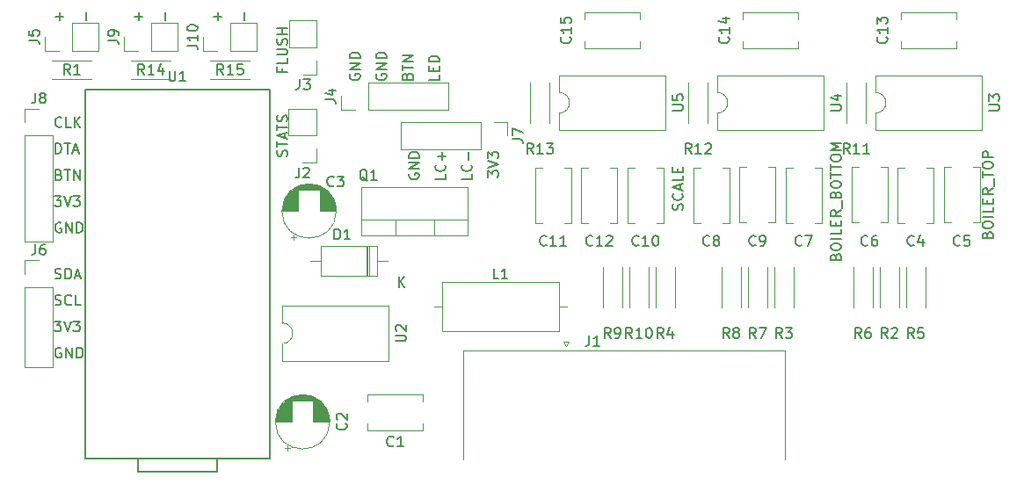
<source format=gbr>
%TF.GenerationSoftware,KiCad,Pcbnew,(5.1.9)-1*%
%TF.CreationDate,2021-04-06T22:00:47-07:00*%
%TF.ProjectId,head,68656164-2e6b-4696-9361-645f70636258,rev?*%
%TF.SameCoordinates,Original*%
%TF.FileFunction,Legend,Top*%
%TF.FilePolarity,Positive*%
%FSLAX46Y46*%
G04 Gerber Fmt 4.6, Leading zero omitted, Abs format (unit mm)*
G04 Created by KiCad (PCBNEW (5.1.9)-1) date 2021-04-06 22:00:47*
%MOMM*%
%LPD*%
G01*
G04 APERTURE LIST*
%ADD10C,0.150000*%
%ADD11C,0.120000*%
G04 APERTURE END LIST*
D10*
X102322380Y-137971547D02*
X102322380Y-137352500D01*
X102703333Y-137685833D01*
X102703333Y-137542976D01*
X102750952Y-137447738D01*
X102798571Y-137400119D01*
X102893809Y-137352500D01*
X103131904Y-137352500D01*
X103227142Y-137400119D01*
X103274761Y-137447738D01*
X103322380Y-137542976D01*
X103322380Y-137828690D01*
X103274761Y-137923928D01*
X103227142Y-137971547D01*
X102322380Y-137066785D02*
X103322380Y-136733452D01*
X102322380Y-136400119D01*
X102322380Y-136162023D02*
X102322380Y-135542976D01*
X102703333Y-135876309D01*
X102703333Y-135733452D01*
X102750952Y-135638214D01*
X102798571Y-135590595D01*
X102893809Y-135542976D01*
X103131904Y-135542976D01*
X103227142Y-135590595D01*
X103274761Y-135638214D01*
X103322380Y-135733452D01*
X103322380Y-136019166D01*
X103274761Y-136114404D01*
X103227142Y-136162023D01*
X100782380Y-137685833D02*
X100782380Y-138162023D01*
X99782380Y-138162023D01*
X100687142Y-136781071D02*
X100734761Y-136828690D01*
X100782380Y-136971547D01*
X100782380Y-137066785D01*
X100734761Y-137209642D01*
X100639523Y-137304880D01*
X100544285Y-137352500D01*
X100353809Y-137400119D01*
X100210952Y-137400119D01*
X100020476Y-137352500D01*
X99925238Y-137304880D01*
X99830000Y-137209642D01*
X99782380Y-137066785D01*
X99782380Y-136971547D01*
X99830000Y-136828690D01*
X99877619Y-136781071D01*
X100401428Y-136352500D02*
X100401428Y-135590595D01*
X98242380Y-137685833D02*
X98242380Y-138162023D01*
X97242380Y-138162023D01*
X98147142Y-136781071D02*
X98194761Y-136828690D01*
X98242380Y-136971547D01*
X98242380Y-137066785D01*
X98194761Y-137209642D01*
X98099523Y-137304880D01*
X98004285Y-137352500D01*
X97813809Y-137400119D01*
X97670952Y-137400119D01*
X97480476Y-137352500D01*
X97385238Y-137304880D01*
X97290000Y-137209642D01*
X97242380Y-137066785D01*
X97242380Y-136971547D01*
X97290000Y-136828690D01*
X97337619Y-136781071D01*
X97861428Y-136352500D02*
X97861428Y-135590595D01*
X98242380Y-135971547D02*
X97480476Y-135971547D01*
X94750000Y-137638214D02*
X94702380Y-137733452D01*
X94702380Y-137876309D01*
X94750000Y-138019166D01*
X94845238Y-138114404D01*
X94940476Y-138162023D01*
X95130952Y-138209642D01*
X95273809Y-138209642D01*
X95464285Y-138162023D01*
X95559523Y-138114404D01*
X95654761Y-138019166D01*
X95702380Y-137876309D01*
X95702380Y-137781071D01*
X95654761Y-137638214D01*
X95607142Y-137590595D01*
X95273809Y-137590595D01*
X95273809Y-137781071D01*
X95702380Y-137162023D02*
X94702380Y-137162023D01*
X95702380Y-136590595D01*
X94702380Y-136590595D01*
X95702380Y-136114404D02*
X94702380Y-136114404D01*
X94702380Y-135876309D01*
X94750000Y-135733452D01*
X94845238Y-135638214D01*
X94940476Y-135590595D01*
X95130952Y-135542976D01*
X95273809Y-135542976D01*
X95464285Y-135590595D01*
X95559523Y-135638214D01*
X95654761Y-135733452D01*
X95702380Y-135876309D01*
X95702380Y-136114404D01*
X82478571Y-127515714D02*
X82478571Y-127849047D01*
X83002380Y-127849047D02*
X82002380Y-127849047D01*
X82002380Y-127372857D01*
X83002380Y-126515714D02*
X83002380Y-126991904D01*
X82002380Y-126991904D01*
X82002380Y-126182380D02*
X82811904Y-126182380D01*
X82907142Y-126134761D01*
X82954761Y-126087142D01*
X83002380Y-125991904D01*
X83002380Y-125801428D01*
X82954761Y-125706190D01*
X82907142Y-125658571D01*
X82811904Y-125610952D01*
X82002380Y-125610952D01*
X82954761Y-125182380D02*
X83002380Y-125039523D01*
X83002380Y-124801428D01*
X82954761Y-124706190D01*
X82907142Y-124658571D01*
X82811904Y-124610952D01*
X82716666Y-124610952D01*
X82621428Y-124658571D01*
X82573809Y-124706190D01*
X82526190Y-124801428D01*
X82478571Y-124991904D01*
X82430952Y-125087142D01*
X82383333Y-125134761D01*
X82288095Y-125182380D01*
X82192857Y-125182380D01*
X82097619Y-125134761D01*
X82050000Y-125087142D01*
X82002380Y-124991904D01*
X82002380Y-124753809D01*
X82050000Y-124610952D01*
X83002380Y-124182380D02*
X82002380Y-124182380D01*
X82478571Y-124182380D02*
X82478571Y-123610952D01*
X83002380Y-123610952D02*
X82002380Y-123610952D01*
X82954761Y-135937380D02*
X83002380Y-135794523D01*
X83002380Y-135556428D01*
X82954761Y-135461190D01*
X82907142Y-135413571D01*
X82811904Y-135365952D01*
X82716666Y-135365952D01*
X82621428Y-135413571D01*
X82573809Y-135461190D01*
X82526190Y-135556428D01*
X82478571Y-135746904D01*
X82430952Y-135842142D01*
X82383333Y-135889761D01*
X82288095Y-135937380D01*
X82192857Y-135937380D01*
X82097619Y-135889761D01*
X82050000Y-135842142D01*
X82002380Y-135746904D01*
X82002380Y-135508809D01*
X82050000Y-135365952D01*
X82002380Y-135080238D02*
X82002380Y-134508809D01*
X83002380Y-134794523D02*
X82002380Y-134794523D01*
X82716666Y-134223095D02*
X82716666Y-133746904D01*
X83002380Y-134318333D02*
X82002380Y-133985000D01*
X83002380Y-133651666D01*
X82002380Y-133461190D02*
X82002380Y-132889761D01*
X83002380Y-133175476D02*
X82002380Y-133175476D01*
X82954761Y-132604047D02*
X83002380Y-132461190D01*
X83002380Y-132223095D01*
X82954761Y-132127857D01*
X82907142Y-132080238D01*
X82811904Y-132032619D01*
X82716666Y-132032619D01*
X82621428Y-132080238D01*
X82573809Y-132127857D01*
X82526190Y-132223095D01*
X82478571Y-132413571D01*
X82430952Y-132508809D01*
X82383333Y-132556428D01*
X82288095Y-132604047D01*
X82192857Y-132604047D01*
X82097619Y-132556428D01*
X82050000Y-132508809D01*
X82002380Y-132413571D01*
X82002380Y-132175476D01*
X82050000Y-132032619D01*
X76271428Y-122854404D02*
X76271428Y-122092500D01*
X76652380Y-122473452D02*
X75890476Y-122473452D01*
X78811428Y-122854404D02*
X78811428Y-122092500D01*
X68651428Y-122854404D02*
X68651428Y-122092500D01*
X69032380Y-122473452D02*
X68270476Y-122473452D01*
X71191428Y-122854404D02*
X71191428Y-122092500D01*
X63571428Y-122854404D02*
X63571428Y-122092500D01*
X61031428Y-122854404D02*
X61031428Y-122092500D01*
X61412380Y-122473452D02*
X60650476Y-122473452D01*
X97607380Y-128093214D02*
X97607380Y-128569404D01*
X96607380Y-128569404D01*
X97083571Y-127759880D02*
X97083571Y-127426547D01*
X97607380Y-127283690D02*
X97607380Y-127759880D01*
X96607380Y-127759880D01*
X96607380Y-127283690D01*
X97607380Y-126855119D02*
X96607380Y-126855119D01*
X96607380Y-126617023D01*
X96655000Y-126474166D01*
X96750238Y-126378928D01*
X96845476Y-126331309D01*
X97035952Y-126283690D01*
X97178809Y-126283690D01*
X97369285Y-126331309D01*
X97464523Y-126378928D01*
X97559761Y-126474166D01*
X97607380Y-126617023D01*
X97607380Y-126855119D01*
X94543571Y-128236071D02*
X94591190Y-128093214D01*
X94638809Y-128045595D01*
X94734047Y-127997976D01*
X94876904Y-127997976D01*
X94972142Y-128045595D01*
X95019761Y-128093214D01*
X95067380Y-128188452D01*
X95067380Y-128569404D01*
X94067380Y-128569404D01*
X94067380Y-128236071D01*
X94115000Y-128140833D01*
X94162619Y-128093214D01*
X94257857Y-128045595D01*
X94353095Y-128045595D01*
X94448333Y-128093214D01*
X94495952Y-128140833D01*
X94543571Y-128236071D01*
X94543571Y-128569404D01*
X94067380Y-127712261D02*
X94067380Y-127140833D01*
X95067380Y-127426547D02*
X94067380Y-127426547D01*
X95067380Y-126807500D02*
X94067380Y-126807500D01*
X95067380Y-126236071D01*
X94067380Y-126236071D01*
X91575000Y-128045595D02*
X91527380Y-128140833D01*
X91527380Y-128283690D01*
X91575000Y-128426547D01*
X91670238Y-128521785D01*
X91765476Y-128569404D01*
X91955952Y-128617023D01*
X92098809Y-128617023D01*
X92289285Y-128569404D01*
X92384523Y-128521785D01*
X92479761Y-128426547D01*
X92527380Y-128283690D01*
X92527380Y-128188452D01*
X92479761Y-128045595D01*
X92432142Y-127997976D01*
X92098809Y-127997976D01*
X92098809Y-128188452D01*
X92527380Y-127569404D02*
X91527380Y-127569404D01*
X92527380Y-126997976D01*
X91527380Y-126997976D01*
X92527380Y-126521785D02*
X91527380Y-126521785D01*
X91527380Y-126283690D01*
X91575000Y-126140833D01*
X91670238Y-126045595D01*
X91765476Y-125997976D01*
X91955952Y-125950357D01*
X92098809Y-125950357D01*
X92289285Y-125997976D01*
X92384523Y-126045595D01*
X92479761Y-126140833D01*
X92527380Y-126283690D01*
X92527380Y-126521785D01*
X89035000Y-128045595D02*
X88987380Y-128140833D01*
X88987380Y-128283690D01*
X89035000Y-128426547D01*
X89130238Y-128521785D01*
X89225476Y-128569404D01*
X89415952Y-128617023D01*
X89558809Y-128617023D01*
X89749285Y-128569404D01*
X89844523Y-128521785D01*
X89939761Y-128426547D01*
X89987380Y-128283690D01*
X89987380Y-128188452D01*
X89939761Y-128045595D01*
X89892142Y-127997976D01*
X89558809Y-127997976D01*
X89558809Y-128188452D01*
X89987380Y-127569404D02*
X88987380Y-127569404D01*
X89987380Y-126997976D01*
X88987380Y-126997976D01*
X89987380Y-126521785D02*
X88987380Y-126521785D01*
X88987380Y-126283690D01*
X89035000Y-126140833D01*
X89130238Y-126045595D01*
X89225476Y-125997976D01*
X89415952Y-125950357D01*
X89558809Y-125950357D01*
X89749285Y-125997976D01*
X89844523Y-126045595D01*
X89939761Y-126140833D01*
X89987380Y-126283690D01*
X89987380Y-126521785D01*
X60612976Y-147724761D02*
X60755833Y-147772380D01*
X60993928Y-147772380D01*
X61089166Y-147724761D01*
X61136785Y-147677142D01*
X61184404Y-147581904D01*
X61184404Y-147486666D01*
X61136785Y-147391428D01*
X61089166Y-147343809D01*
X60993928Y-147296190D01*
X60803452Y-147248571D01*
X60708214Y-147200952D01*
X60660595Y-147153333D01*
X60612976Y-147058095D01*
X60612976Y-146962857D01*
X60660595Y-146867619D01*
X60708214Y-146820000D01*
X60803452Y-146772380D01*
X61041547Y-146772380D01*
X61184404Y-146820000D01*
X61612976Y-147772380D02*
X61612976Y-146772380D01*
X61851071Y-146772380D01*
X61993928Y-146820000D01*
X62089166Y-146915238D01*
X62136785Y-147010476D01*
X62184404Y-147200952D01*
X62184404Y-147343809D01*
X62136785Y-147534285D01*
X62089166Y-147629523D01*
X61993928Y-147724761D01*
X61851071Y-147772380D01*
X61612976Y-147772380D01*
X62565357Y-147486666D02*
X63041547Y-147486666D01*
X62470119Y-147772380D02*
X62803452Y-146772380D01*
X63136785Y-147772380D01*
X60612976Y-150264761D02*
X60755833Y-150312380D01*
X60993928Y-150312380D01*
X61089166Y-150264761D01*
X61136785Y-150217142D01*
X61184404Y-150121904D01*
X61184404Y-150026666D01*
X61136785Y-149931428D01*
X61089166Y-149883809D01*
X60993928Y-149836190D01*
X60803452Y-149788571D01*
X60708214Y-149740952D01*
X60660595Y-149693333D01*
X60612976Y-149598095D01*
X60612976Y-149502857D01*
X60660595Y-149407619D01*
X60708214Y-149360000D01*
X60803452Y-149312380D01*
X61041547Y-149312380D01*
X61184404Y-149360000D01*
X62184404Y-150217142D02*
X62136785Y-150264761D01*
X61993928Y-150312380D01*
X61898690Y-150312380D01*
X61755833Y-150264761D01*
X61660595Y-150169523D01*
X61612976Y-150074285D01*
X61565357Y-149883809D01*
X61565357Y-149740952D01*
X61612976Y-149550476D01*
X61660595Y-149455238D01*
X61755833Y-149360000D01*
X61898690Y-149312380D01*
X61993928Y-149312380D01*
X62136785Y-149360000D01*
X62184404Y-149407619D01*
X63089166Y-150312380D02*
X62612976Y-150312380D01*
X62612976Y-149312380D01*
X60565357Y-151852380D02*
X61184404Y-151852380D01*
X60851071Y-152233333D01*
X60993928Y-152233333D01*
X61089166Y-152280952D01*
X61136785Y-152328571D01*
X61184404Y-152423809D01*
X61184404Y-152661904D01*
X61136785Y-152757142D01*
X61089166Y-152804761D01*
X60993928Y-152852380D01*
X60708214Y-152852380D01*
X60612976Y-152804761D01*
X60565357Y-152757142D01*
X61470119Y-151852380D02*
X61803452Y-152852380D01*
X62136785Y-151852380D01*
X62374880Y-151852380D02*
X62993928Y-151852380D01*
X62660595Y-152233333D01*
X62803452Y-152233333D01*
X62898690Y-152280952D01*
X62946309Y-152328571D01*
X62993928Y-152423809D01*
X62993928Y-152661904D01*
X62946309Y-152757142D01*
X62898690Y-152804761D01*
X62803452Y-152852380D01*
X62517738Y-152852380D01*
X62422500Y-152804761D01*
X62374880Y-152757142D01*
X61184404Y-154440000D02*
X61089166Y-154392380D01*
X60946309Y-154392380D01*
X60803452Y-154440000D01*
X60708214Y-154535238D01*
X60660595Y-154630476D01*
X60612976Y-154820952D01*
X60612976Y-154963809D01*
X60660595Y-155154285D01*
X60708214Y-155249523D01*
X60803452Y-155344761D01*
X60946309Y-155392380D01*
X61041547Y-155392380D01*
X61184404Y-155344761D01*
X61232023Y-155297142D01*
X61232023Y-154963809D01*
X61041547Y-154963809D01*
X61660595Y-155392380D02*
X61660595Y-154392380D01*
X62232023Y-155392380D01*
X62232023Y-154392380D01*
X62708214Y-155392380D02*
X62708214Y-154392380D01*
X62946309Y-154392380D01*
X63089166Y-154440000D01*
X63184404Y-154535238D01*
X63232023Y-154630476D01*
X63279642Y-154820952D01*
X63279642Y-154963809D01*
X63232023Y-155154285D01*
X63184404Y-155249523D01*
X63089166Y-155344761D01*
X62946309Y-155392380D01*
X62708214Y-155392380D01*
X61184404Y-142375000D02*
X61089166Y-142327380D01*
X60946309Y-142327380D01*
X60803452Y-142375000D01*
X60708214Y-142470238D01*
X60660595Y-142565476D01*
X60612976Y-142755952D01*
X60612976Y-142898809D01*
X60660595Y-143089285D01*
X60708214Y-143184523D01*
X60803452Y-143279761D01*
X60946309Y-143327380D01*
X61041547Y-143327380D01*
X61184404Y-143279761D01*
X61232023Y-143232142D01*
X61232023Y-142898809D01*
X61041547Y-142898809D01*
X61660595Y-143327380D02*
X61660595Y-142327380D01*
X62232023Y-143327380D01*
X62232023Y-142327380D01*
X62708214Y-143327380D02*
X62708214Y-142327380D01*
X62946309Y-142327380D01*
X63089166Y-142375000D01*
X63184404Y-142470238D01*
X63232023Y-142565476D01*
X63279642Y-142755952D01*
X63279642Y-142898809D01*
X63232023Y-143089285D01*
X63184404Y-143184523D01*
X63089166Y-143279761D01*
X62946309Y-143327380D01*
X62708214Y-143327380D01*
X60565357Y-139787380D02*
X61184404Y-139787380D01*
X60851071Y-140168333D01*
X60993928Y-140168333D01*
X61089166Y-140215952D01*
X61136785Y-140263571D01*
X61184404Y-140358809D01*
X61184404Y-140596904D01*
X61136785Y-140692142D01*
X61089166Y-140739761D01*
X60993928Y-140787380D01*
X60708214Y-140787380D01*
X60612976Y-140739761D01*
X60565357Y-140692142D01*
X61470119Y-139787380D02*
X61803452Y-140787380D01*
X62136785Y-139787380D01*
X62374880Y-139787380D02*
X62993928Y-139787380D01*
X62660595Y-140168333D01*
X62803452Y-140168333D01*
X62898690Y-140215952D01*
X62946309Y-140263571D01*
X62993928Y-140358809D01*
X62993928Y-140596904D01*
X62946309Y-140692142D01*
X62898690Y-140739761D01*
X62803452Y-140787380D01*
X62517738Y-140787380D01*
X62422500Y-140739761D01*
X62374880Y-140692142D01*
X60993928Y-137723571D02*
X61136785Y-137771190D01*
X61184404Y-137818809D01*
X61232023Y-137914047D01*
X61232023Y-138056904D01*
X61184404Y-138152142D01*
X61136785Y-138199761D01*
X61041547Y-138247380D01*
X60660595Y-138247380D01*
X60660595Y-137247380D01*
X60993928Y-137247380D01*
X61089166Y-137295000D01*
X61136785Y-137342619D01*
X61184404Y-137437857D01*
X61184404Y-137533095D01*
X61136785Y-137628333D01*
X61089166Y-137675952D01*
X60993928Y-137723571D01*
X60660595Y-137723571D01*
X61517738Y-137247380D02*
X62089166Y-137247380D01*
X61803452Y-138247380D02*
X61803452Y-137247380D01*
X62422500Y-138247380D02*
X62422500Y-137247380D01*
X62993928Y-138247380D01*
X62993928Y-137247380D01*
X60660595Y-135707380D02*
X60660595Y-134707380D01*
X60898690Y-134707380D01*
X61041547Y-134755000D01*
X61136785Y-134850238D01*
X61184404Y-134945476D01*
X61232023Y-135135952D01*
X61232023Y-135278809D01*
X61184404Y-135469285D01*
X61136785Y-135564523D01*
X61041547Y-135659761D01*
X60898690Y-135707380D01*
X60660595Y-135707380D01*
X61517738Y-134707380D02*
X62089166Y-134707380D01*
X61803452Y-135707380D02*
X61803452Y-134707380D01*
X62374880Y-135421666D02*
X62851071Y-135421666D01*
X62279642Y-135707380D02*
X62612976Y-134707380D01*
X62946309Y-135707380D01*
X61232023Y-133072142D02*
X61184404Y-133119761D01*
X61041547Y-133167380D01*
X60946309Y-133167380D01*
X60803452Y-133119761D01*
X60708214Y-133024523D01*
X60660595Y-132929285D01*
X60612976Y-132738809D01*
X60612976Y-132595952D01*
X60660595Y-132405476D01*
X60708214Y-132310238D01*
X60803452Y-132215000D01*
X60946309Y-132167380D01*
X61041547Y-132167380D01*
X61184404Y-132215000D01*
X61232023Y-132262619D01*
X62136785Y-133167380D02*
X61660595Y-133167380D01*
X61660595Y-132167380D01*
X62470119Y-133167380D02*
X62470119Y-132167380D01*
X63041547Y-133167380D02*
X62612976Y-132595952D01*
X63041547Y-132167380D02*
X62470119Y-132738809D01*
X121054761Y-141136428D02*
X121102380Y-140993571D01*
X121102380Y-140755476D01*
X121054761Y-140660238D01*
X121007142Y-140612619D01*
X120911904Y-140565000D01*
X120816666Y-140565000D01*
X120721428Y-140612619D01*
X120673809Y-140660238D01*
X120626190Y-140755476D01*
X120578571Y-140945952D01*
X120530952Y-141041190D01*
X120483333Y-141088809D01*
X120388095Y-141136428D01*
X120292857Y-141136428D01*
X120197619Y-141088809D01*
X120150000Y-141041190D01*
X120102380Y-140945952D01*
X120102380Y-140707857D01*
X120150000Y-140565000D01*
X121007142Y-139565000D02*
X121054761Y-139612619D01*
X121102380Y-139755476D01*
X121102380Y-139850714D01*
X121054761Y-139993571D01*
X120959523Y-140088809D01*
X120864285Y-140136428D01*
X120673809Y-140184047D01*
X120530952Y-140184047D01*
X120340476Y-140136428D01*
X120245238Y-140088809D01*
X120150000Y-139993571D01*
X120102380Y-139850714D01*
X120102380Y-139755476D01*
X120150000Y-139612619D01*
X120197619Y-139565000D01*
X120816666Y-139184047D02*
X120816666Y-138707857D01*
X121102380Y-139279285D02*
X120102380Y-138945952D01*
X121102380Y-138612619D01*
X121102380Y-137803095D02*
X121102380Y-138279285D01*
X120102380Y-138279285D01*
X120578571Y-137469761D02*
X120578571Y-137136428D01*
X121102380Y-136993571D02*
X121102380Y-137469761D01*
X120102380Y-137469761D01*
X120102380Y-136993571D01*
X135818571Y-145644523D02*
X135866190Y-145501666D01*
X135913809Y-145454047D01*
X136009047Y-145406428D01*
X136151904Y-145406428D01*
X136247142Y-145454047D01*
X136294761Y-145501666D01*
X136342380Y-145596904D01*
X136342380Y-145977857D01*
X135342380Y-145977857D01*
X135342380Y-145644523D01*
X135390000Y-145549285D01*
X135437619Y-145501666D01*
X135532857Y-145454047D01*
X135628095Y-145454047D01*
X135723333Y-145501666D01*
X135770952Y-145549285D01*
X135818571Y-145644523D01*
X135818571Y-145977857D01*
X135342380Y-144787380D02*
X135342380Y-144596904D01*
X135390000Y-144501666D01*
X135485238Y-144406428D01*
X135675714Y-144358809D01*
X136009047Y-144358809D01*
X136199523Y-144406428D01*
X136294761Y-144501666D01*
X136342380Y-144596904D01*
X136342380Y-144787380D01*
X136294761Y-144882619D01*
X136199523Y-144977857D01*
X136009047Y-145025476D01*
X135675714Y-145025476D01*
X135485238Y-144977857D01*
X135390000Y-144882619D01*
X135342380Y-144787380D01*
X136342380Y-143930238D02*
X135342380Y-143930238D01*
X136342380Y-142977857D02*
X136342380Y-143454047D01*
X135342380Y-143454047D01*
X135818571Y-142644523D02*
X135818571Y-142311190D01*
X136342380Y-142168333D02*
X136342380Y-142644523D01*
X135342380Y-142644523D01*
X135342380Y-142168333D01*
X136342380Y-141168333D02*
X135866190Y-141501666D01*
X136342380Y-141739761D02*
X135342380Y-141739761D01*
X135342380Y-141358809D01*
X135390000Y-141263571D01*
X135437619Y-141215952D01*
X135532857Y-141168333D01*
X135675714Y-141168333D01*
X135770952Y-141215952D01*
X135818571Y-141263571D01*
X135866190Y-141358809D01*
X135866190Y-141739761D01*
X136437619Y-140977857D02*
X136437619Y-140215952D01*
X135818571Y-139644523D02*
X135866190Y-139501666D01*
X135913809Y-139454047D01*
X136009047Y-139406428D01*
X136151904Y-139406428D01*
X136247142Y-139454047D01*
X136294761Y-139501666D01*
X136342380Y-139596904D01*
X136342380Y-139977857D01*
X135342380Y-139977857D01*
X135342380Y-139644523D01*
X135390000Y-139549285D01*
X135437619Y-139501666D01*
X135532857Y-139454047D01*
X135628095Y-139454047D01*
X135723333Y-139501666D01*
X135770952Y-139549285D01*
X135818571Y-139644523D01*
X135818571Y-139977857D01*
X135342380Y-138787380D02*
X135342380Y-138596904D01*
X135390000Y-138501666D01*
X135485238Y-138406428D01*
X135675714Y-138358809D01*
X136009047Y-138358809D01*
X136199523Y-138406428D01*
X136294761Y-138501666D01*
X136342380Y-138596904D01*
X136342380Y-138787380D01*
X136294761Y-138882619D01*
X136199523Y-138977857D01*
X136009047Y-139025476D01*
X135675714Y-139025476D01*
X135485238Y-138977857D01*
X135390000Y-138882619D01*
X135342380Y-138787380D01*
X135342380Y-138073095D02*
X135342380Y-137501666D01*
X136342380Y-137787380D02*
X135342380Y-137787380D01*
X135342380Y-137311190D02*
X135342380Y-136739761D01*
X136342380Y-137025476D02*
X135342380Y-137025476D01*
X135342380Y-136215952D02*
X135342380Y-136025476D01*
X135390000Y-135930238D01*
X135485238Y-135835000D01*
X135675714Y-135787380D01*
X136009047Y-135787380D01*
X136199523Y-135835000D01*
X136294761Y-135930238D01*
X136342380Y-136025476D01*
X136342380Y-136215952D01*
X136294761Y-136311190D01*
X136199523Y-136406428D01*
X136009047Y-136454047D01*
X135675714Y-136454047D01*
X135485238Y-136406428D01*
X135390000Y-136311190D01*
X135342380Y-136215952D01*
X136342380Y-135358809D02*
X135342380Y-135358809D01*
X136056666Y-135025476D01*
X135342380Y-134692142D01*
X136342380Y-134692142D01*
X150423571Y-143533333D02*
X150471190Y-143390476D01*
X150518809Y-143342857D01*
X150614047Y-143295238D01*
X150756904Y-143295238D01*
X150852142Y-143342857D01*
X150899761Y-143390476D01*
X150947380Y-143485714D01*
X150947380Y-143866666D01*
X149947380Y-143866666D01*
X149947380Y-143533333D01*
X149995000Y-143438095D01*
X150042619Y-143390476D01*
X150137857Y-143342857D01*
X150233095Y-143342857D01*
X150328333Y-143390476D01*
X150375952Y-143438095D01*
X150423571Y-143533333D01*
X150423571Y-143866666D01*
X149947380Y-142676190D02*
X149947380Y-142485714D01*
X149995000Y-142390476D01*
X150090238Y-142295238D01*
X150280714Y-142247619D01*
X150614047Y-142247619D01*
X150804523Y-142295238D01*
X150899761Y-142390476D01*
X150947380Y-142485714D01*
X150947380Y-142676190D01*
X150899761Y-142771428D01*
X150804523Y-142866666D01*
X150614047Y-142914285D01*
X150280714Y-142914285D01*
X150090238Y-142866666D01*
X149995000Y-142771428D01*
X149947380Y-142676190D01*
X150947380Y-141819047D02*
X149947380Y-141819047D01*
X150947380Y-140866666D02*
X150947380Y-141342857D01*
X149947380Y-141342857D01*
X150423571Y-140533333D02*
X150423571Y-140200000D01*
X150947380Y-140057142D02*
X150947380Y-140533333D01*
X149947380Y-140533333D01*
X149947380Y-140057142D01*
X150947380Y-139057142D02*
X150471190Y-139390476D01*
X150947380Y-139628571D02*
X149947380Y-139628571D01*
X149947380Y-139247619D01*
X149995000Y-139152380D01*
X150042619Y-139104761D01*
X150137857Y-139057142D01*
X150280714Y-139057142D01*
X150375952Y-139104761D01*
X150423571Y-139152380D01*
X150471190Y-139247619D01*
X150471190Y-139628571D01*
X151042619Y-138866666D02*
X151042619Y-138104761D01*
X149947380Y-138009523D02*
X149947380Y-137438095D01*
X150947380Y-137723809D02*
X149947380Y-137723809D01*
X149947380Y-136914285D02*
X149947380Y-136723809D01*
X149995000Y-136628571D01*
X150090238Y-136533333D01*
X150280714Y-136485714D01*
X150614047Y-136485714D01*
X150804523Y-136533333D01*
X150899761Y-136628571D01*
X150947380Y-136723809D01*
X150947380Y-136914285D01*
X150899761Y-137009523D01*
X150804523Y-137104761D01*
X150614047Y-137152380D01*
X150280714Y-137152380D01*
X150090238Y-137104761D01*
X149995000Y-137009523D01*
X149947380Y-136914285D01*
X150947380Y-136057142D02*
X149947380Y-136057142D01*
X149947380Y-135676190D01*
X149995000Y-135580952D01*
X150042619Y-135533333D01*
X150137857Y-135485714D01*
X150280714Y-135485714D01*
X150375952Y-135533333D01*
X150423571Y-135580952D01*
X150471190Y-135676190D01*
X150471190Y-136057142D01*
D11*
%TO.C,R10*%
X117760000Y-150510000D02*
X117760000Y-146670000D01*
X115920000Y-150510000D02*
X115920000Y-146670000D01*
%TO.C,C3*%
X87710000Y-141240000D02*
G75*
G03*
X87710000Y-141240000I-2620000J0D01*
G01*
X86130000Y-141240000D02*
X87670000Y-141240000D01*
X82510000Y-141240000D02*
X84050000Y-141240000D01*
X86130000Y-141200000D02*
X87670000Y-141200000D01*
X82510000Y-141200000D02*
X84050000Y-141200000D01*
X82511000Y-141160000D02*
X84050000Y-141160000D01*
X86130000Y-141160000D02*
X87669000Y-141160000D01*
X82512000Y-141120000D02*
X84050000Y-141120000D01*
X86130000Y-141120000D02*
X87668000Y-141120000D01*
X82514000Y-141080000D02*
X84050000Y-141080000D01*
X86130000Y-141080000D02*
X87666000Y-141080000D01*
X82517000Y-141040000D02*
X84050000Y-141040000D01*
X86130000Y-141040000D02*
X87663000Y-141040000D01*
X82521000Y-141000000D02*
X84050000Y-141000000D01*
X86130000Y-141000000D02*
X87659000Y-141000000D01*
X82525000Y-140960000D02*
X84050000Y-140960000D01*
X86130000Y-140960000D02*
X87655000Y-140960000D01*
X82529000Y-140920000D02*
X84050000Y-140920000D01*
X86130000Y-140920000D02*
X87651000Y-140920000D01*
X82534000Y-140880000D02*
X84050000Y-140880000D01*
X86130000Y-140880000D02*
X87646000Y-140880000D01*
X82540000Y-140840000D02*
X84050000Y-140840000D01*
X86130000Y-140840000D02*
X87640000Y-140840000D01*
X82547000Y-140800000D02*
X84050000Y-140800000D01*
X86130000Y-140800000D02*
X87633000Y-140800000D01*
X82554000Y-140760000D02*
X84050000Y-140760000D01*
X86130000Y-140760000D02*
X87626000Y-140760000D01*
X82562000Y-140720000D02*
X84050000Y-140720000D01*
X86130000Y-140720000D02*
X87618000Y-140720000D01*
X82570000Y-140680000D02*
X84050000Y-140680000D01*
X86130000Y-140680000D02*
X87610000Y-140680000D01*
X82579000Y-140640000D02*
X84050000Y-140640000D01*
X86130000Y-140640000D02*
X87601000Y-140640000D01*
X82589000Y-140600000D02*
X84050000Y-140600000D01*
X86130000Y-140600000D02*
X87591000Y-140600000D01*
X82599000Y-140560000D02*
X84050000Y-140560000D01*
X86130000Y-140560000D02*
X87581000Y-140560000D01*
X82610000Y-140519000D02*
X84050000Y-140519000D01*
X86130000Y-140519000D02*
X87570000Y-140519000D01*
X82622000Y-140479000D02*
X84050000Y-140479000D01*
X86130000Y-140479000D02*
X87558000Y-140479000D01*
X82635000Y-140439000D02*
X84050000Y-140439000D01*
X86130000Y-140439000D02*
X87545000Y-140439000D01*
X82648000Y-140399000D02*
X84050000Y-140399000D01*
X86130000Y-140399000D02*
X87532000Y-140399000D01*
X82662000Y-140359000D02*
X84050000Y-140359000D01*
X86130000Y-140359000D02*
X87518000Y-140359000D01*
X82676000Y-140319000D02*
X84050000Y-140319000D01*
X86130000Y-140319000D02*
X87504000Y-140319000D01*
X82692000Y-140279000D02*
X84050000Y-140279000D01*
X86130000Y-140279000D02*
X87488000Y-140279000D01*
X82708000Y-140239000D02*
X84050000Y-140239000D01*
X86130000Y-140239000D02*
X87472000Y-140239000D01*
X82725000Y-140199000D02*
X84050000Y-140199000D01*
X86130000Y-140199000D02*
X87455000Y-140199000D01*
X82742000Y-140159000D02*
X84050000Y-140159000D01*
X86130000Y-140159000D02*
X87438000Y-140159000D01*
X82761000Y-140119000D02*
X84050000Y-140119000D01*
X86130000Y-140119000D02*
X87419000Y-140119000D01*
X82780000Y-140079000D02*
X84050000Y-140079000D01*
X86130000Y-140079000D02*
X87400000Y-140079000D01*
X82800000Y-140039000D02*
X84050000Y-140039000D01*
X86130000Y-140039000D02*
X87380000Y-140039000D01*
X82822000Y-139999000D02*
X84050000Y-139999000D01*
X86130000Y-139999000D02*
X87358000Y-139999000D01*
X82843000Y-139959000D02*
X84050000Y-139959000D01*
X86130000Y-139959000D02*
X87337000Y-139959000D01*
X82866000Y-139919000D02*
X84050000Y-139919000D01*
X86130000Y-139919000D02*
X87314000Y-139919000D01*
X82890000Y-139879000D02*
X84050000Y-139879000D01*
X86130000Y-139879000D02*
X87290000Y-139879000D01*
X82915000Y-139839000D02*
X84050000Y-139839000D01*
X86130000Y-139839000D02*
X87265000Y-139839000D01*
X82941000Y-139799000D02*
X84050000Y-139799000D01*
X86130000Y-139799000D02*
X87239000Y-139799000D01*
X82968000Y-139759000D02*
X84050000Y-139759000D01*
X86130000Y-139759000D02*
X87212000Y-139759000D01*
X82995000Y-139719000D02*
X84050000Y-139719000D01*
X86130000Y-139719000D02*
X87185000Y-139719000D01*
X83025000Y-139679000D02*
X84050000Y-139679000D01*
X86130000Y-139679000D02*
X87155000Y-139679000D01*
X83055000Y-139639000D02*
X84050000Y-139639000D01*
X86130000Y-139639000D02*
X87125000Y-139639000D01*
X83086000Y-139599000D02*
X84050000Y-139599000D01*
X86130000Y-139599000D02*
X87094000Y-139599000D01*
X83119000Y-139559000D02*
X84050000Y-139559000D01*
X86130000Y-139559000D02*
X87061000Y-139559000D01*
X83153000Y-139519000D02*
X84050000Y-139519000D01*
X86130000Y-139519000D02*
X87027000Y-139519000D01*
X83189000Y-139479000D02*
X84050000Y-139479000D01*
X86130000Y-139479000D02*
X86991000Y-139479000D01*
X83226000Y-139439000D02*
X84050000Y-139439000D01*
X86130000Y-139439000D02*
X86954000Y-139439000D01*
X83264000Y-139399000D02*
X84050000Y-139399000D01*
X86130000Y-139399000D02*
X86916000Y-139399000D01*
X83305000Y-139359000D02*
X84050000Y-139359000D01*
X86130000Y-139359000D02*
X86875000Y-139359000D01*
X83347000Y-139319000D02*
X84050000Y-139319000D01*
X86130000Y-139319000D02*
X86833000Y-139319000D01*
X83391000Y-139279000D02*
X84050000Y-139279000D01*
X86130000Y-139279000D02*
X86789000Y-139279000D01*
X83437000Y-139239000D02*
X84050000Y-139239000D01*
X86130000Y-139239000D02*
X86743000Y-139239000D01*
X83485000Y-139199000D02*
X86695000Y-139199000D01*
X83536000Y-139159000D02*
X86644000Y-139159000D01*
X83590000Y-139119000D02*
X86590000Y-139119000D01*
X83647000Y-139079000D02*
X86533000Y-139079000D01*
X83707000Y-139039000D02*
X86473000Y-139039000D01*
X83771000Y-138999000D02*
X86409000Y-138999000D01*
X83839000Y-138959000D02*
X86341000Y-138959000D01*
X83912000Y-138919000D02*
X86268000Y-138919000D01*
X83992000Y-138879000D02*
X86188000Y-138879000D01*
X84079000Y-138839000D02*
X86101000Y-138839000D01*
X84175000Y-138799000D02*
X86005000Y-138799000D01*
X84285000Y-138759000D02*
X85895000Y-138759000D01*
X84413000Y-138719000D02*
X85767000Y-138719000D01*
X84572000Y-138679000D02*
X85608000Y-138679000D01*
X84806000Y-138639000D02*
X85374000Y-138639000D01*
X83615000Y-144044775D02*
X83615000Y-143544775D01*
X83365000Y-143794775D02*
X83865000Y-143794775D01*
%TO.C,R13*%
X108235000Y-132730000D02*
X108235000Y-128890000D01*
X106395000Y-132730000D02*
X106395000Y-128890000D01*
%TO.C,R12*%
X123475000Y-132730000D02*
X123475000Y-128890000D01*
X121635000Y-132730000D02*
X121635000Y-128890000D01*
%TO.C,R11*%
X138715000Y-132730000D02*
X138715000Y-128890000D01*
X136875000Y-132730000D02*
X136875000Y-128890000D01*
%TO.C,R9*%
X115220000Y-150510000D02*
X115220000Y-146670000D01*
X113380000Y-150510000D02*
X113380000Y-146670000D01*
%TO.C,R8*%
X126650000Y-150510000D02*
X126650000Y-146670000D01*
X124810000Y-150510000D02*
X124810000Y-146670000D01*
%TO.C,R7*%
X129190000Y-150510000D02*
X129190000Y-146670000D01*
X127350000Y-150510000D02*
X127350000Y-146670000D01*
%TO.C,R6*%
X139350000Y-150510000D02*
X139350000Y-146670000D01*
X137510000Y-150510000D02*
X137510000Y-146670000D01*
%TO.C,R5*%
X144430000Y-150510000D02*
X144430000Y-146670000D01*
X142590000Y-150510000D02*
X142590000Y-146670000D01*
%TO.C,R4*%
X120300000Y-150510000D02*
X120300000Y-146670000D01*
X118460000Y-150510000D02*
X118460000Y-146670000D01*
%TO.C,R3*%
X131730000Y-150510000D02*
X131730000Y-146670000D01*
X129890000Y-150510000D02*
X129890000Y-146670000D01*
%TO.C,R2*%
X141890000Y-150510000D02*
X141890000Y-146670000D01*
X140050000Y-150510000D02*
X140050000Y-146670000D01*
D10*
%TO.C,U1*%
X76200000Y-166370000D02*
X76200000Y-165100000D01*
X68580000Y-166370000D02*
X76200000Y-166370000D01*
X68580000Y-165100000D02*
X68580000Y-166370000D01*
X63500000Y-129540000D02*
X63500000Y-165100000D01*
X81280000Y-129540000D02*
X63500000Y-129540000D01*
X81280000Y-165100000D02*
X81280000Y-129540000D01*
X63500000Y-165100000D02*
X81280000Y-165100000D01*
D11*
%TO.C,R15*%
X79390000Y-128555000D02*
X75550000Y-128555000D01*
X79390000Y-126715000D02*
X75550000Y-126715000D01*
%TO.C,R14*%
X71770000Y-128555000D02*
X67930000Y-128555000D01*
X71770000Y-126715000D02*
X67930000Y-126715000D01*
%TO.C,J10*%
X80070000Y-125790000D02*
X80070000Y-123130000D01*
X77470000Y-125790000D02*
X80070000Y-125790000D01*
X77470000Y-123130000D02*
X80070000Y-123130000D01*
X77470000Y-125790000D02*
X77470000Y-123130000D01*
X76200000Y-125790000D02*
X74870000Y-125790000D01*
X74870000Y-125790000D02*
X74870000Y-124460000D01*
%TO.C,J9*%
X72450000Y-125790000D02*
X72450000Y-123130000D01*
X69850000Y-125790000D02*
X72450000Y-125790000D01*
X69850000Y-123130000D02*
X72450000Y-123130000D01*
X69850000Y-125790000D02*
X69850000Y-123130000D01*
X68580000Y-125790000D02*
X67250000Y-125790000D01*
X67250000Y-125790000D02*
X67250000Y-124460000D01*
%TO.C,U5*%
X109160000Y-131810000D02*
X109160000Y-133460000D01*
X109160000Y-133460000D02*
X119440000Y-133460000D01*
X119440000Y-133460000D02*
X119440000Y-128160000D01*
X119440000Y-128160000D02*
X109160000Y-128160000D01*
X109160000Y-128160000D02*
X109160000Y-129810000D01*
X109160000Y-129810000D02*
G75*
G02*
X109160000Y-131810000I0J-1000000D01*
G01*
%TO.C,U4*%
X124400000Y-131810000D02*
X124400000Y-133460000D01*
X124400000Y-133460000D02*
X134680000Y-133460000D01*
X134680000Y-133460000D02*
X134680000Y-128160000D01*
X134680000Y-128160000D02*
X124400000Y-128160000D01*
X124400000Y-128160000D02*
X124400000Y-129810000D01*
X124400000Y-129810000D02*
G75*
G02*
X124400000Y-131810000I0J-1000000D01*
G01*
%TO.C,U3*%
X139640000Y-131810000D02*
X139640000Y-133460000D01*
X139640000Y-133460000D02*
X149920000Y-133460000D01*
X149920000Y-133460000D02*
X149920000Y-128160000D01*
X149920000Y-128160000D02*
X139640000Y-128160000D01*
X139640000Y-128160000D02*
X139640000Y-129810000D01*
X139640000Y-129810000D02*
G75*
G02*
X139640000Y-131810000I0J-1000000D01*
G01*
%TO.C,U2*%
X82490000Y-154035000D02*
X82490000Y-155685000D01*
X82490000Y-155685000D02*
X92770000Y-155685000D01*
X92770000Y-155685000D02*
X92770000Y-150385000D01*
X92770000Y-150385000D02*
X82490000Y-150385000D01*
X82490000Y-150385000D02*
X82490000Y-152035000D01*
X82490000Y-152035000D02*
G75*
G02*
X82490000Y-154035000I0J-1000000D01*
G01*
%TO.C,R1*%
X64150000Y-128555000D02*
X60310000Y-128555000D01*
X64150000Y-126715000D02*
X60310000Y-126715000D01*
%TO.C,Q1*%
X100370000Y-143605000D02*
X90130000Y-143605000D01*
X100370000Y-138964000D02*
X90130000Y-138964000D01*
X100370000Y-143605000D02*
X100370000Y-138964000D01*
X90130000Y-143605000D02*
X90130000Y-138964000D01*
X100370000Y-142095000D02*
X90130000Y-142095000D01*
X97100000Y-143605000D02*
X97100000Y-142095000D01*
X93399000Y-143605000D02*
X93399000Y-142095000D01*
%TO.C,L1*%
X109125000Y-152865000D02*
X109125000Y-148125000D01*
X109125000Y-148125000D02*
X97885000Y-148125000D01*
X97885000Y-148125000D02*
X97885000Y-152865000D01*
X97885000Y-152865000D02*
X109125000Y-152865000D01*
X109885000Y-150495000D02*
X109125000Y-150495000D01*
X97125000Y-150495000D02*
X97885000Y-150495000D01*
%TO.C,J8*%
X57725000Y-144205000D02*
X60385000Y-144205000D01*
X57725000Y-133985000D02*
X57725000Y-144205000D01*
X60385000Y-133985000D02*
X60385000Y-144205000D01*
X57725000Y-133985000D02*
X60385000Y-133985000D01*
X57725000Y-132715000D02*
X57725000Y-131385000D01*
X57725000Y-131385000D02*
X59055000Y-131385000D01*
%TO.C,J7*%
X93920000Y-132655000D02*
X93920000Y-135315000D01*
X101600000Y-132655000D02*
X93920000Y-132655000D01*
X101600000Y-135315000D02*
X93920000Y-135315000D01*
X101600000Y-132655000D02*
X101600000Y-135315000D01*
X102870000Y-132655000D02*
X104200000Y-132655000D01*
X104200000Y-132655000D02*
X104200000Y-133985000D01*
%TO.C,J6*%
X57725000Y-156270000D02*
X60385000Y-156270000D01*
X57725000Y-148590000D02*
X57725000Y-156270000D01*
X60385000Y-148590000D02*
X60385000Y-156270000D01*
X57725000Y-148590000D02*
X60385000Y-148590000D01*
X57725000Y-147320000D02*
X57725000Y-145990000D01*
X57725000Y-145990000D02*
X59055000Y-145990000D01*
%TO.C,J5*%
X64830000Y-125790000D02*
X64830000Y-123130000D01*
X62230000Y-125790000D02*
X64830000Y-125790000D01*
X62230000Y-123130000D02*
X64830000Y-123130000D01*
X62230000Y-125790000D02*
X62230000Y-123130000D01*
X60960000Y-125790000D02*
X59630000Y-125790000D01*
X59630000Y-125790000D02*
X59630000Y-124460000D01*
%TO.C,J4*%
X98485000Y-131505000D02*
X98485000Y-128845000D01*
X90805000Y-131505000D02*
X98485000Y-131505000D01*
X90805000Y-128845000D02*
X98485000Y-128845000D01*
X90805000Y-131505000D02*
X90805000Y-128845000D01*
X89535000Y-131505000D02*
X88205000Y-131505000D01*
X88205000Y-131505000D02*
X88205000Y-130175000D01*
%TO.C,J3*%
X85830000Y-122875000D02*
X83170000Y-122875000D01*
X85830000Y-125475000D02*
X85830000Y-122875000D01*
X83170000Y-125475000D02*
X83170000Y-122875000D01*
X85830000Y-125475000D02*
X83170000Y-125475000D01*
X85830000Y-126745000D02*
X85830000Y-128075000D01*
X85830000Y-128075000D02*
X84500000Y-128075000D01*
%TO.C,J2*%
X85785000Y-131385000D02*
X83125000Y-131385000D01*
X85785000Y-133985000D02*
X85785000Y-131385000D01*
X83125000Y-133985000D02*
X83125000Y-131385000D01*
X85785000Y-133985000D02*
X83125000Y-133985000D01*
X85785000Y-135255000D02*
X85785000Y-136585000D01*
X85785000Y-136585000D02*
X84455000Y-136585000D01*
%TO.C,J1*%
X99910000Y-165200000D02*
X99910000Y-154720000D01*
X99910000Y-154720000D02*
X130880000Y-154720000D01*
X130880000Y-154720000D02*
X130880000Y-165200000D01*
X109605000Y-153825662D02*
X110105000Y-153825662D01*
X110105000Y-153825662D02*
X109855000Y-154258675D01*
X109855000Y-154258675D02*
X109605000Y-153825662D01*
%TO.C,D1*%
X91620000Y-147520000D02*
X91620000Y-144580000D01*
X91620000Y-144580000D02*
X86180000Y-144580000D01*
X86180000Y-144580000D02*
X86180000Y-147520000D01*
X86180000Y-147520000D02*
X91620000Y-147520000D01*
X92640000Y-146050000D02*
X91620000Y-146050000D01*
X85160000Y-146050000D02*
X86180000Y-146050000D01*
X90720000Y-147520000D02*
X90720000Y-144580000D01*
X90600000Y-147520000D02*
X90600000Y-144580000D01*
X90840000Y-147520000D02*
X90840000Y-144580000D01*
%TO.C,C15*%
X111590000Y-122104000D02*
X116930000Y-122104000D01*
X111590000Y-125546000D02*
X116930000Y-125546000D01*
X111590000Y-122104000D02*
X111590000Y-122770000D01*
X111590000Y-124880000D02*
X111590000Y-125546000D01*
X116930000Y-122104000D02*
X116930000Y-122770000D01*
X116930000Y-124880000D02*
X116930000Y-125546000D01*
%TO.C,C14*%
X126830000Y-122104000D02*
X132170000Y-122104000D01*
X126830000Y-125546000D02*
X132170000Y-125546000D01*
X126830000Y-122104000D02*
X126830000Y-122770000D01*
X126830000Y-124880000D02*
X126830000Y-125546000D01*
X132170000Y-122104000D02*
X132170000Y-122770000D01*
X132170000Y-124880000D02*
X132170000Y-125546000D01*
%TO.C,C13*%
X142070000Y-122104000D02*
X147410000Y-122104000D01*
X142070000Y-125546000D02*
X147410000Y-125546000D01*
X142070000Y-122104000D02*
X142070000Y-122770000D01*
X142070000Y-124880000D02*
X142070000Y-125546000D01*
X147410000Y-122104000D02*
X147410000Y-122770000D01*
X147410000Y-124880000D02*
X147410000Y-125546000D01*
%TO.C,C12*%
X111309000Y-142410000D02*
X111309000Y-137070000D01*
X114751000Y-142410000D02*
X114751000Y-137070000D01*
X111309000Y-142410000D02*
X111975000Y-142410000D01*
X114085000Y-142410000D02*
X114751000Y-142410000D01*
X111309000Y-137070000D02*
X111975000Y-137070000D01*
X114085000Y-137070000D02*
X114751000Y-137070000D01*
%TO.C,C11*%
X106864000Y-142410000D02*
X106864000Y-137070000D01*
X110306000Y-142410000D02*
X110306000Y-137070000D01*
X106864000Y-142410000D02*
X107530000Y-142410000D01*
X109640000Y-142410000D02*
X110306000Y-142410000D01*
X106864000Y-137070000D02*
X107530000Y-137070000D01*
X109640000Y-137070000D02*
X110306000Y-137070000D01*
%TO.C,C10*%
X115754000Y-142410000D02*
X115754000Y-137070000D01*
X119196000Y-142410000D02*
X119196000Y-137070000D01*
X115754000Y-142410000D02*
X116420000Y-142410000D01*
X118530000Y-142410000D02*
X119196000Y-142410000D01*
X115754000Y-137070000D02*
X116420000Y-137070000D01*
X118530000Y-137070000D02*
X119196000Y-137070000D01*
%TO.C,C9*%
X129991000Y-136990000D02*
X129991000Y-142330000D01*
X126549000Y-136990000D02*
X126549000Y-142330000D01*
X129991000Y-136990000D02*
X129325000Y-136990000D01*
X127215000Y-136990000D02*
X126549000Y-136990000D01*
X129991000Y-142330000D02*
X129325000Y-142330000D01*
X127215000Y-142330000D02*
X126549000Y-142330000D01*
%TO.C,C8*%
X122104000Y-142410000D02*
X122104000Y-137070000D01*
X125546000Y-142410000D02*
X125546000Y-137070000D01*
X122104000Y-142410000D02*
X122770000Y-142410000D01*
X124880000Y-142410000D02*
X125546000Y-142410000D01*
X122104000Y-137070000D02*
X122770000Y-137070000D01*
X124880000Y-137070000D02*
X125546000Y-137070000D01*
%TO.C,C7*%
X130994000Y-142410000D02*
X130994000Y-137070000D01*
X134436000Y-142410000D02*
X134436000Y-137070000D01*
X130994000Y-142410000D02*
X131660000Y-142410000D01*
X133770000Y-142410000D02*
X134436000Y-142410000D01*
X130994000Y-137070000D02*
X131660000Y-137070000D01*
X133770000Y-137070000D02*
X134436000Y-137070000D01*
%TO.C,C6*%
X140786000Y-136990000D02*
X140786000Y-142330000D01*
X137344000Y-136990000D02*
X137344000Y-142330000D01*
X140786000Y-136990000D02*
X140120000Y-136990000D01*
X138010000Y-136990000D02*
X137344000Y-136990000D01*
X140786000Y-142330000D02*
X140120000Y-142330000D01*
X138010000Y-142330000D02*
X137344000Y-142330000D01*
%TO.C,C5*%
X149676000Y-136990000D02*
X149676000Y-142330000D01*
X146234000Y-136990000D02*
X146234000Y-142330000D01*
X149676000Y-136990000D02*
X149010000Y-136990000D01*
X146900000Y-136990000D02*
X146234000Y-136990000D01*
X149676000Y-142330000D02*
X149010000Y-142330000D01*
X146900000Y-142330000D02*
X146234000Y-142330000D01*
%TO.C,C4*%
X141789000Y-142410000D02*
X141789000Y-137070000D01*
X145231000Y-142410000D02*
X145231000Y-137070000D01*
X141789000Y-142410000D02*
X142455000Y-142410000D01*
X144565000Y-142410000D02*
X145231000Y-142410000D01*
X141789000Y-137070000D02*
X142455000Y-137070000D01*
X144565000Y-137070000D02*
X145231000Y-137070000D01*
%TO.C,C2*%
X87075000Y-161560000D02*
G75*
G03*
X87075000Y-161560000I-2620000J0D01*
G01*
X85495000Y-161560000D02*
X87035000Y-161560000D01*
X81875000Y-161560000D02*
X83415000Y-161560000D01*
X85495000Y-161520000D02*
X87035000Y-161520000D01*
X81875000Y-161520000D02*
X83415000Y-161520000D01*
X81876000Y-161480000D02*
X83415000Y-161480000D01*
X85495000Y-161480000D02*
X87034000Y-161480000D01*
X81877000Y-161440000D02*
X83415000Y-161440000D01*
X85495000Y-161440000D02*
X87033000Y-161440000D01*
X81879000Y-161400000D02*
X83415000Y-161400000D01*
X85495000Y-161400000D02*
X87031000Y-161400000D01*
X81882000Y-161360000D02*
X83415000Y-161360000D01*
X85495000Y-161360000D02*
X87028000Y-161360000D01*
X81886000Y-161320000D02*
X83415000Y-161320000D01*
X85495000Y-161320000D02*
X87024000Y-161320000D01*
X81890000Y-161280000D02*
X83415000Y-161280000D01*
X85495000Y-161280000D02*
X87020000Y-161280000D01*
X81894000Y-161240000D02*
X83415000Y-161240000D01*
X85495000Y-161240000D02*
X87016000Y-161240000D01*
X81899000Y-161200000D02*
X83415000Y-161200000D01*
X85495000Y-161200000D02*
X87011000Y-161200000D01*
X81905000Y-161160000D02*
X83415000Y-161160000D01*
X85495000Y-161160000D02*
X87005000Y-161160000D01*
X81912000Y-161120000D02*
X83415000Y-161120000D01*
X85495000Y-161120000D02*
X86998000Y-161120000D01*
X81919000Y-161080000D02*
X83415000Y-161080000D01*
X85495000Y-161080000D02*
X86991000Y-161080000D01*
X81927000Y-161040000D02*
X83415000Y-161040000D01*
X85495000Y-161040000D02*
X86983000Y-161040000D01*
X81935000Y-161000000D02*
X83415000Y-161000000D01*
X85495000Y-161000000D02*
X86975000Y-161000000D01*
X81944000Y-160960000D02*
X83415000Y-160960000D01*
X85495000Y-160960000D02*
X86966000Y-160960000D01*
X81954000Y-160920000D02*
X83415000Y-160920000D01*
X85495000Y-160920000D02*
X86956000Y-160920000D01*
X81964000Y-160880000D02*
X83415000Y-160880000D01*
X85495000Y-160880000D02*
X86946000Y-160880000D01*
X81975000Y-160839000D02*
X83415000Y-160839000D01*
X85495000Y-160839000D02*
X86935000Y-160839000D01*
X81987000Y-160799000D02*
X83415000Y-160799000D01*
X85495000Y-160799000D02*
X86923000Y-160799000D01*
X82000000Y-160759000D02*
X83415000Y-160759000D01*
X85495000Y-160759000D02*
X86910000Y-160759000D01*
X82013000Y-160719000D02*
X83415000Y-160719000D01*
X85495000Y-160719000D02*
X86897000Y-160719000D01*
X82027000Y-160679000D02*
X83415000Y-160679000D01*
X85495000Y-160679000D02*
X86883000Y-160679000D01*
X82041000Y-160639000D02*
X83415000Y-160639000D01*
X85495000Y-160639000D02*
X86869000Y-160639000D01*
X82057000Y-160599000D02*
X83415000Y-160599000D01*
X85495000Y-160599000D02*
X86853000Y-160599000D01*
X82073000Y-160559000D02*
X83415000Y-160559000D01*
X85495000Y-160559000D02*
X86837000Y-160559000D01*
X82090000Y-160519000D02*
X83415000Y-160519000D01*
X85495000Y-160519000D02*
X86820000Y-160519000D01*
X82107000Y-160479000D02*
X83415000Y-160479000D01*
X85495000Y-160479000D02*
X86803000Y-160479000D01*
X82126000Y-160439000D02*
X83415000Y-160439000D01*
X85495000Y-160439000D02*
X86784000Y-160439000D01*
X82145000Y-160399000D02*
X83415000Y-160399000D01*
X85495000Y-160399000D02*
X86765000Y-160399000D01*
X82165000Y-160359000D02*
X83415000Y-160359000D01*
X85495000Y-160359000D02*
X86745000Y-160359000D01*
X82187000Y-160319000D02*
X83415000Y-160319000D01*
X85495000Y-160319000D02*
X86723000Y-160319000D01*
X82208000Y-160279000D02*
X83415000Y-160279000D01*
X85495000Y-160279000D02*
X86702000Y-160279000D01*
X82231000Y-160239000D02*
X83415000Y-160239000D01*
X85495000Y-160239000D02*
X86679000Y-160239000D01*
X82255000Y-160199000D02*
X83415000Y-160199000D01*
X85495000Y-160199000D02*
X86655000Y-160199000D01*
X82280000Y-160159000D02*
X83415000Y-160159000D01*
X85495000Y-160159000D02*
X86630000Y-160159000D01*
X82306000Y-160119000D02*
X83415000Y-160119000D01*
X85495000Y-160119000D02*
X86604000Y-160119000D01*
X82333000Y-160079000D02*
X83415000Y-160079000D01*
X85495000Y-160079000D02*
X86577000Y-160079000D01*
X82360000Y-160039000D02*
X83415000Y-160039000D01*
X85495000Y-160039000D02*
X86550000Y-160039000D01*
X82390000Y-159999000D02*
X83415000Y-159999000D01*
X85495000Y-159999000D02*
X86520000Y-159999000D01*
X82420000Y-159959000D02*
X83415000Y-159959000D01*
X85495000Y-159959000D02*
X86490000Y-159959000D01*
X82451000Y-159919000D02*
X83415000Y-159919000D01*
X85495000Y-159919000D02*
X86459000Y-159919000D01*
X82484000Y-159879000D02*
X83415000Y-159879000D01*
X85495000Y-159879000D02*
X86426000Y-159879000D01*
X82518000Y-159839000D02*
X83415000Y-159839000D01*
X85495000Y-159839000D02*
X86392000Y-159839000D01*
X82554000Y-159799000D02*
X83415000Y-159799000D01*
X85495000Y-159799000D02*
X86356000Y-159799000D01*
X82591000Y-159759000D02*
X83415000Y-159759000D01*
X85495000Y-159759000D02*
X86319000Y-159759000D01*
X82629000Y-159719000D02*
X83415000Y-159719000D01*
X85495000Y-159719000D02*
X86281000Y-159719000D01*
X82670000Y-159679000D02*
X83415000Y-159679000D01*
X85495000Y-159679000D02*
X86240000Y-159679000D01*
X82712000Y-159639000D02*
X83415000Y-159639000D01*
X85495000Y-159639000D02*
X86198000Y-159639000D01*
X82756000Y-159599000D02*
X83415000Y-159599000D01*
X85495000Y-159599000D02*
X86154000Y-159599000D01*
X82802000Y-159559000D02*
X83415000Y-159559000D01*
X85495000Y-159559000D02*
X86108000Y-159559000D01*
X82850000Y-159519000D02*
X86060000Y-159519000D01*
X82901000Y-159479000D02*
X86009000Y-159479000D01*
X82955000Y-159439000D02*
X85955000Y-159439000D01*
X83012000Y-159399000D02*
X85898000Y-159399000D01*
X83072000Y-159359000D02*
X85838000Y-159359000D01*
X83136000Y-159319000D02*
X85774000Y-159319000D01*
X83204000Y-159279000D02*
X85706000Y-159279000D01*
X83277000Y-159239000D02*
X85633000Y-159239000D01*
X83357000Y-159199000D02*
X85553000Y-159199000D01*
X83444000Y-159159000D02*
X85466000Y-159159000D01*
X83540000Y-159119000D02*
X85370000Y-159119000D01*
X83650000Y-159079000D02*
X85260000Y-159079000D01*
X83778000Y-159039000D02*
X85132000Y-159039000D01*
X83937000Y-158999000D02*
X84973000Y-158999000D01*
X84171000Y-158959000D02*
X84739000Y-158959000D01*
X82980000Y-164364775D02*
X82980000Y-163864775D01*
X82730000Y-164114775D02*
X83230000Y-164114775D01*
%TO.C,C1*%
X96055000Y-162376000D02*
X90715000Y-162376000D01*
X96055000Y-158934000D02*
X90715000Y-158934000D01*
X96055000Y-162376000D02*
X96055000Y-161710000D01*
X96055000Y-159600000D02*
X96055000Y-158934000D01*
X90715000Y-162376000D02*
X90715000Y-161710000D01*
X90715000Y-159600000D02*
X90715000Y-158934000D01*
%TO.C,R10*%
D10*
X116197142Y-153487380D02*
X115863809Y-153011190D01*
X115625714Y-153487380D02*
X115625714Y-152487380D01*
X116006666Y-152487380D01*
X116101904Y-152535000D01*
X116149523Y-152582619D01*
X116197142Y-152677857D01*
X116197142Y-152820714D01*
X116149523Y-152915952D01*
X116101904Y-152963571D01*
X116006666Y-153011190D01*
X115625714Y-153011190D01*
X117149523Y-153487380D02*
X116578095Y-153487380D01*
X116863809Y-153487380D02*
X116863809Y-152487380D01*
X116768571Y-152630238D01*
X116673333Y-152725476D01*
X116578095Y-152773095D01*
X117768571Y-152487380D02*
X117863809Y-152487380D01*
X117959047Y-152535000D01*
X118006666Y-152582619D01*
X118054285Y-152677857D01*
X118101904Y-152868333D01*
X118101904Y-153106428D01*
X118054285Y-153296904D01*
X118006666Y-153392142D01*
X117959047Y-153439761D01*
X117863809Y-153487380D01*
X117768571Y-153487380D01*
X117673333Y-153439761D01*
X117625714Y-153392142D01*
X117578095Y-153296904D01*
X117530476Y-153106428D01*
X117530476Y-152868333D01*
X117578095Y-152677857D01*
X117625714Y-152582619D01*
X117673333Y-152535000D01*
X117768571Y-152487380D01*
%TO.C,C3*%
X87463333Y-138787142D02*
X87415714Y-138834761D01*
X87272857Y-138882380D01*
X87177619Y-138882380D01*
X87034761Y-138834761D01*
X86939523Y-138739523D01*
X86891904Y-138644285D01*
X86844285Y-138453809D01*
X86844285Y-138310952D01*
X86891904Y-138120476D01*
X86939523Y-138025238D01*
X87034761Y-137930000D01*
X87177619Y-137882380D01*
X87272857Y-137882380D01*
X87415714Y-137930000D01*
X87463333Y-137977619D01*
X87796666Y-137882380D02*
X88415714Y-137882380D01*
X88082380Y-138263333D01*
X88225238Y-138263333D01*
X88320476Y-138310952D01*
X88368095Y-138358571D01*
X88415714Y-138453809D01*
X88415714Y-138691904D01*
X88368095Y-138787142D01*
X88320476Y-138834761D01*
X88225238Y-138882380D01*
X87939523Y-138882380D01*
X87844285Y-138834761D01*
X87796666Y-138787142D01*
%TO.C,R13*%
X106672142Y-135707380D02*
X106338809Y-135231190D01*
X106100714Y-135707380D02*
X106100714Y-134707380D01*
X106481666Y-134707380D01*
X106576904Y-134755000D01*
X106624523Y-134802619D01*
X106672142Y-134897857D01*
X106672142Y-135040714D01*
X106624523Y-135135952D01*
X106576904Y-135183571D01*
X106481666Y-135231190D01*
X106100714Y-135231190D01*
X107624523Y-135707380D02*
X107053095Y-135707380D01*
X107338809Y-135707380D02*
X107338809Y-134707380D01*
X107243571Y-134850238D01*
X107148333Y-134945476D01*
X107053095Y-134993095D01*
X107957857Y-134707380D02*
X108576904Y-134707380D01*
X108243571Y-135088333D01*
X108386428Y-135088333D01*
X108481666Y-135135952D01*
X108529285Y-135183571D01*
X108576904Y-135278809D01*
X108576904Y-135516904D01*
X108529285Y-135612142D01*
X108481666Y-135659761D01*
X108386428Y-135707380D01*
X108100714Y-135707380D01*
X108005476Y-135659761D01*
X107957857Y-135612142D01*
%TO.C,R12*%
X121912142Y-135707380D02*
X121578809Y-135231190D01*
X121340714Y-135707380D02*
X121340714Y-134707380D01*
X121721666Y-134707380D01*
X121816904Y-134755000D01*
X121864523Y-134802619D01*
X121912142Y-134897857D01*
X121912142Y-135040714D01*
X121864523Y-135135952D01*
X121816904Y-135183571D01*
X121721666Y-135231190D01*
X121340714Y-135231190D01*
X122864523Y-135707380D02*
X122293095Y-135707380D01*
X122578809Y-135707380D02*
X122578809Y-134707380D01*
X122483571Y-134850238D01*
X122388333Y-134945476D01*
X122293095Y-134993095D01*
X123245476Y-134802619D02*
X123293095Y-134755000D01*
X123388333Y-134707380D01*
X123626428Y-134707380D01*
X123721666Y-134755000D01*
X123769285Y-134802619D01*
X123816904Y-134897857D01*
X123816904Y-134993095D01*
X123769285Y-135135952D01*
X123197857Y-135707380D01*
X123816904Y-135707380D01*
%TO.C,R11*%
X137152142Y-135707380D02*
X136818809Y-135231190D01*
X136580714Y-135707380D02*
X136580714Y-134707380D01*
X136961666Y-134707380D01*
X137056904Y-134755000D01*
X137104523Y-134802619D01*
X137152142Y-134897857D01*
X137152142Y-135040714D01*
X137104523Y-135135952D01*
X137056904Y-135183571D01*
X136961666Y-135231190D01*
X136580714Y-135231190D01*
X138104523Y-135707380D02*
X137533095Y-135707380D01*
X137818809Y-135707380D02*
X137818809Y-134707380D01*
X137723571Y-134850238D01*
X137628333Y-134945476D01*
X137533095Y-134993095D01*
X139056904Y-135707380D02*
X138485476Y-135707380D01*
X138771190Y-135707380D02*
X138771190Y-134707380D01*
X138675952Y-134850238D01*
X138580714Y-134945476D01*
X138485476Y-134993095D01*
%TO.C,R9*%
X114133333Y-153487380D02*
X113800000Y-153011190D01*
X113561904Y-153487380D02*
X113561904Y-152487380D01*
X113942857Y-152487380D01*
X114038095Y-152535000D01*
X114085714Y-152582619D01*
X114133333Y-152677857D01*
X114133333Y-152820714D01*
X114085714Y-152915952D01*
X114038095Y-152963571D01*
X113942857Y-153011190D01*
X113561904Y-153011190D01*
X114609523Y-153487380D02*
X114800000Y-153487380D01*
X114895238Y-153439761D01*
X114942857Y-153392142D01*
X115038095Y-153249285D01*
X115085714Y-153058809D01*
X115085714Y-152677857D01*
X115038095Y-152582619D01*
X114990476Y-152535000D01*
X114895238Y-152487380D01*
X114704761Y-152487380D01*
X114609523Y-152535000D01*
X114561904Y-152582619D01*
X114514285Y-152677857D01*
X114514285Y-152915952D01*
X114561904Y-153011190D01*
X114609523Y-153058809D01*
X114704761Y-153106428D01*
X114895238Y-153106428D01*
X114990476Y-153058809D01*
X115038095Y-153011190D01*
X115085714Y-152915952D01*
%TO.C,R8*%
X125563333Y-153487380D02*
X125230000Y-153011190D01*
X124991904Y-153487380D02*
X124991904Y-152487380D01*
X125372857Y-152487380D01*
X125468095Y-152535000D01*
X125515714Y-152582619D01*
X125563333Y-152677857D01*
X125563333Y-152820714D01*
X125515714Y-152915952D01*
X125468095Y-152963571D01*
X125372857Y-153011190D01*
X124991904Y-153011190D01*
X126134761Y-152915952D02*
X126039523Y-152868333D01*
X125991904Y-152820714D01*
X125944285Y-152725476D01*
X125944285Y-152677857D01*
X125991904Y-152582619D01*
X126039523Y-152535000D01*
X126134761Y-152487380D01*
X126325238Y-152487380D01*
X126420476Y-152535000D01*
X126468095Y-152582619D01*
X126515714Y-152677857D01*
X126515714Y-152725476D01*
X126468095Y-152820714D01*
X126420476Y-152868333D01*
X126325238Y-152915952D01*
X126134761Y-152915952D01*
X126039523Y-152963571D01*
X125991904Y-153011190D01*
X125944285Y-153106428D01*
X125944285Y-153296904D01*
X125991904Y-153392142D01*
X126039523Y-153439761D01*
X126134761Y-153487380D01*
X126325238Y-153487380D01*
X126420476Y-153439761D01*
X126468095Y-153392142D01*
X126515714Y-153296904D01*
X126515714Y-153106428D01*
X126468095Y-153011190D01*
X126420476Y-152963571D01*
X126325238Y-152915952D01*
%TO.C,R7*%
X128103333Y-153487380D02*
X127770000Y-153011190D01*
X127531904Y-153487380D02*
X127531904Y-152487380D01*
X127912857Y-152487380D01*
X128008095Y-152535000D01*
X128055714Y-152582619D01*
X128103333Y-152677857D01*
X128103333Y-152820714D01*
X128055714Y-152915952D01*
X128008095Y-152963571D01*
X127912857Y-153011190D01*
X127531904Y-153011190D01*
X128436666Y-152487380D02*
X129103333Y-152487380D01*
X128674761Y-153487380D01*
%TO.C,R6*%
X138263333Y-153487380D02*
X137930000Y-153011190D01*
X137691904Y-153487380D02*
X137691904Y-152487380D01*
X138072857Y-152487380D01*
X138168095Y-152535000D01*
X138215714Y-152582619D01*
X138263333Y-152677857D01*
X138263333Y-152820714D01*
X138215714Y-152915952D01*
X138168095Y-152963571D01*
X138072857Y-153011190D01*
X137691904Y-153011190D01*
X139120476Y-152487380D02*
X138930000Y-152487380D01*
X138834761Y-152535000D01*
X138787142Y-152582619D01*
X138691904Y-152725476D01*
X138644285Y-152915952D01*
X138644285Y-153296904D01*
X138691904Y-153392142D01*
X138739523Y-153439761D01*
X138834761Y-153487380D01*
X139025238Y-153487380D01*
X139120476Y-153439761D01*
X139168095Y-153392142D01*
X139215714Y-153296904D01*
X139215714Y-153058809D01*
X139168095Y-152963571D01*
X139120476Y-152915952D01*
X139025238Y-152868333D01*
X138834761Y-152868333D01*
X138739523Y-152915952D01*
X138691904Y-152963571D01*
X138644285Y-153058809D01*
%TO.C,R5*%
X143343333Y-153487380D02*
X143010000Y-153011190D01*
X142771904Y-153487380D02*
X142771904Y-152487380D01*
X143152857Y-152487380D01*
X143248095Y-152535000D01*
X143295714Y-152582619D01*
X143343333Y-152677857D01*
X143343333Y-152820714D01*
X143295714Y-152915952D01*
X143248095Y-152963571D01*
X143152857Y-153011190D01*
X142771904Y-153011190D01*
X144248095Y-152487380D02*
X143771904Y-152487380D01*
X143724285Y-152963571D01*
X143771904Y-152915952D01*
X143867142Y-152868333D01*
X144105238Y-152868333D01*
X144200476Y-152915952D01*
X144248095Y-152963571D01*
X144295714Y-153058809D01*
X144295714Y-153296904D01*
X144248095Y-153392142D01*
X144200476Y-153439761D01*
X144105238Y-153487380D01*
X143867142Y-153487380D01*
X143771904Y-153439761D01*
X143724285Y-153392142D01*
%TO.C,R4*%
X119213333Y-153487380D02*
X118880000Y-153011190D01*
X118641904Y-153487380D02*
X118641904Y-152487380D01*
X119022857Y-152487380D01*
X119118095Y-152535000D01*
X119165714Y-152582619D01*
X119213333Y-152677857D01*
X119213333Y-152820714D01*
X119165714Y-152915952D01*
X119118095Y-152963571D01*
X119022857Y-153011190D01*
X118641904Y-153011190D01*
X120070476Y-152820714D02*
X120070476Y-153487380D01*
X119832380Y-152439761D02*
X119594285Y-153154047D01*
X120213333Y-153154047D01*
%TO.C,R3*%
X130643333Y-153487380D02*
X130310000Y-153011190D01*
X130071904Y-153487380D02*
X130071904Y-152487380D01*
X130452857Y-152487380D01*
X130548095Y-152535000D01*
X130595714Y-152582619D01*
X130643333Y-152677857D01*
X130643333Y-152820714D01*
X130595714Y-152915952D01*
X130548095Y-152963571D01*
X130452857Y-153011190D01*
X130071904Y-153011190D01*
X130976666Y-152487380D02*
X131595714Y-152487380D01*
X131262380Y-152868333D01*
X131405238Y-152868333D01*
X131500476Y-152915952D01*
X131548095Y-152963571D01*
X131595714Y-153058809D01*
X131595714Y-153296904D01*
X131548095Y-153392142D01*
X131500476Y-153439761D01*
X131405238Y-153487380D01*
X131119523Y-153487380D01*
X131024285Y-153439761D01*
X130976666Y-153392142D01*
%TO.C,R2*%
X140803333Y-153487380D02*
X140470000Y-153011190D01*
X140231904Y-153487380D02*
X140231904Y-152487380D01*
X140612857Y-152487380D01*
X140708095Y-152535000D01*
X140755714Y-152582619D01*
X140803333Y-152677857D01*
X140803333Y-152820714D01*
X140755714Y-152915952D01*
X140708095Y-152963571D01*
X140612857Y-153011190D01*
X140231904Y-153011190D01*
X141184285Y-152582619D02*
X141231904Y-152535000D01*
X141327142Y-152487380D01*
X141565238Y-152487380D01*
X141660476Y-152535000D01*
X141708095Y-152582619D01*
X141755714Y-152677857D01*
X141755714Y-152773095D01*
X141708095Y-152915952D01*
X141136666Y-153487380D01*
X141755714Y-153487380D01*
%TO.C,U1*%
X71628095Y-127722380D02*
X71628095Y-128531904D01*
X71675714Y-128627142D01*
X71723333Y-128674761D01*
X71818571Y-128722380D01*
X72009047Y-128722380D01*
X72104285Y-128674761D01*
X72151904Y-128627142D01*
X72199523Y-128531904D01*
X72199523Y-127722380D01*
X73199523Y-128722380D02*
X72628095Y-128722380D01*
X72913809Y-128722380D02*
X72913809Y-127722380D01*
X72818571Y-127865238D01*
X72723333Y-127960476D01*
X72628095Y-128008095D01*
%TO.C,R15*%
X76827142Y-128087380D02*
X76493809Y-127611190D01*
X76255714Y-128087380D02*
X76255714Y-127087380D01*
X76636666Y-127087380D01*
X76731904Y-127135000D01*
X76779523Y-127182619D01*
X76827142Y-127277857D01*
X76827142Y-127420714D01*
X76779523Y-127515952D01*
X76731904Y-127563571D01*
X76636666Y-127611190D01*
X76255714Y-127611190D01*
X77779523Y-128087380D02*
X77208095Y-128087380D01*
X77493809Y-128087380D02*
X77493809Y-127087380D01*
X77398571Y-127230238D01*
X77303333Y-127325476D01*
X77208095Y-127373095D01*
X78684285Y-127087380D02*
X78208095Y-127087380D01*
X78160476Y-127563571D01*
X78208095Y-127515952D01*
X78303333Y-127468333D01*
X78541428Y-127468333D01*
X78636666Y-127515952D01*
X78684285Y-127563571D01*
X78731904Y-127658809D01*
X78731904Y-127896904D01*
X78684285Y-127992142D01*
X78636666Y-128039761D01*
X78541428Y-128087380D01*
X78303333Y-128087380D01*
X78208095Y-128039761D01*
X78160476Y-127992142D01*
%TO.C,R14*%
X69207142Y-128087380D02*
X68873809Y-127611190D01*
X68635714Y-128087380D02*
X68635714Y-127087380D01*
X69016666Y-127087380D01*
X69111904Y-127135000D01*
X69159523Y-127182619D01*
X69207142Y-127277857D01*
X69207142Y-127420714D01*
X69159523Y-127515952D01*
X69111904Y-127563571D01*
X69016666Y-127611190D01*
X68635714Y-127611190D01*
X70159523Y-128087380D02*
X69588095Y-128087380D01*
X69873809Y-128087380D02*
X69873809Y-127087380D01*
X69778571Y-127230238D01*
X69683333Y-127325476D01*
X69588095Y-127373095D01*
X71016666Y-127420714D02*
X71016666Y-128087380D01*
X70778571Y-127039761D02*
X70540476Y-127754047D01*
X71159523Y-127754047D01*
%TO.C,J10*%
X73322380Y-125269523D02*
X74036666Y-125269523D01*
X74179523Y-125317142D01*
X74274761Y-125412380D01*
X74322380Y-125555238D01*
X74322380Y-125650476D01*
X74322380Y-124269523D02*
X74322380Y-124840952D01*
X74322380Y-124555238D02*
X73322380Y-124555238D01*
X73465238Y-124650476D01*
X73560476Y-124745714D01*
X73608095Y-124840952D01*
X73322380Y-123650476D02*
X73322380Y-123555238D01*
X73370000Y-123460000D01*
X73417619Y-123412380D01*
X73512857Y-123364761D01*
X73703333Y-123317142D01*
X73941428Y-123317142D01*
X74131904Y-123364761D01*
X74227142Y-123412380D01*
X74274761Y-123460000D01*
X74322380Y-123555238D01*
X74322380Y-123650476D01*
X74274761Y-123745714D01*
X74227142Y-123793333D01*
X74131904Y-123840952D01*
X73941428Y-123888571D01*
X73703333Y-123888571D01*
X73512857Y-123840952D01*
X73417619Y-123793333D01*
X73370000Y-123745714D01*
X73322380Y-123650476D01*
%TO.C,J9*%
X65702380Y-124793333D02*
X66416666Y-124793333D01*
X66559523Y-124840952D01*
X66654761Y-124936190D01*
X66702380Y-125079047D01*
X66702380Y-125174285D01*
X66702380Y-124269523D02*
X66702380Y-124079047D01*
X66654761Y-123983809D01*
X66607142Y-123936190D01*
X66464285Y-123840952D01*
X66273809Y-123793333D01*
X65892857Y-123793333D01*
X65797619Y-123840952D01*
X65750000Y-123888571D01*
X65702380Y-123983809D01*
X65702380Y-124174285D01*
X65750000Y-124269523D01*
X65797619Y-124317142D01*
X65892857Y-124364761D01*
X66130952Y-124364761D01*
X66226190Y-124317142D01*
X66273809Y-124269523D01*
X66321428Y-124174285D01*
X66321428Y-123983809D01*
X66273809Y-123888571D01*
X66226190Y-123840952D01*
X66130952Y-123793333D01*
%TO.C,U5*%
X120102380Y-131571904D02*
X120911904Y-131571904D01*
X121007142Y-131524285D01*
X121054761Y-131476666D01*
X121102380Y-131381428D01*
X121102380Y-131190952D01*
X121054761Y-131095714D01*
X121007142Y-131048095D01*
X120911904Y-131000476D01*
X120102380Y-131000476D01*
X120102380Y-130048095D02*
X120102380Y-130524285D01*
X120578571Y-130571904D01*
X120530952Y-130524285D01*
X120483333Y-130429047D01*
X120483333Y-130190952D01*
X120530952Y-130095714D01*
X120578571Y-130048095D01*
X120673809Y-130000476D01*
X120911904Y-130000476D01*
X121007142Y-130048095D01*
X121054761Y-130095714D01*
X121102380Y-130190952D01*
X121102380Y-130429047D01*
X121054761Y-130524285D01*
X121007142Y-130571904D01*
%TO.C,U4*%
X135342380Y-131571904D02*
X136151904Y-131571904D01*
X136247142Y-131524285D01*
X136294761Y-131476666D01*
X136342380Y-131381428D01*
X136342380Y-131190952D01*
X136294761Y-131095714D01*
X136247142Y-131048095D01*
X136151904Y-131000476D01*
X135342380Y-131000476D01*
X135675714Y-130095714D02*
X136342380Y-130095714D01*
X135294761Y-130333809D02*
X136009047Y-130571904D01*
X136009047Y-129952857D01*
%TO.C,U3*%
X150582380Y-131571904D02*
X151391904Y-131571904D01*
X151487142Y-131524285D01*
X151534761Y-131476666D01*
X151582380Y-131381428D01*
X151582380Y-131190952D01*
X151534761Y-131095714D01*
X151487142Y-131048095D01*
X151391904Y-131000476D01*
X150582380Y-131000476D01*
X150582380Y-130619523D02*
X150582380Y-130000476D01*
X150963333Y-130333809D01*
X150963333Y-130190952D01*
X151010952Y-130095714D01*
X151058571Y-130048095D01*
X151153809Y-130000476D01*
X151391904Y-130000476D01*
X151487142Y-130048095D01*
X151534761Y-130095714D01*
X151582380Y-130190952D01*
X151582380Y-130476666D01*
X151534761Y-130571904D01*
X151487142Y-130619523D01*
%TO.C,U2*%
X93432380Y-153796904D02*
X94241904Y-153796904D01*
X94337142Y-153749285D01*
X94384761Y-153701666D01*
X94432380Y-153606428D01*
X94432380Y-153415952D01*
X94384761Y-153320714D01*
X94337142Y-153273095D01*
X94241904Y-153225476D01*
X93432380Y-153225476D01*
X93527619Y-152796904D02*
X93480000Y-152749285D01*
X93432380Y-152654047D01*
X93432380Y-152415952D01*
X93480000Y-152320714D01*
X93527619Y-152273095D01*
X93622857Y-152225476D01*
X93718095Y-152225476D01*
X93860952Y-152273095D01*
X94432380Y-152844523D01*
X94432380Y-152225476D01*
%TO.C,R1*%
X62063333Y-128087380D02*
X61730000Y-127611190D01*
X61491904Y-128087380D02*
X61491904Y-127087380D01*
X61872857Y-127087380D01*
X61968095Y-127135000D01*
X62015714Y-127182619D01*
X62063333Y-127277857D01*
X62063333Y-127420714D01*
X62015714Y-127515952D01*
X61968095Y-127563571D01*
X61872857Y-127611190D01*
X61491904Y-127611190D01*
X63015714Y-128087380D02*
X62444285Y-128087380D01*
X62730000Y-128087380D02*
X62730000Y-127087380D01*
X62634761Y-127230238D01*
X62539523Y-127325476D01*
X62444285Y-127373095D01*
%TO.C,Q1*%
X90709761Y-138342619D02*
X90614523Y-138295000D01*
X90519285Y-138199761D01*
X90376428Y-138056904D01*
X90281190Y-138009285D01*
X90185952Y-138009285D01*
X90233571Y-138247380D02*
X90138333Y-138199761D01*
X90043095Y-138104523D01*
X89995476Y-137914047D01*
X89995476Y-137580714D01*
X90043095Y-137390238D01*
X90138333Y-137295000D01*
X90233571Y-137247380D01*
X90424047Y-137247380D01*
X90519285Y-137295000D01*
X90614523Y-137390238D01*
X90662142Y-137580714D01*
X90662142Y-137914047D01*
X90614523Y-138104523D01*
X90519285Y-138199761D01*
X90424047Y-138247380D01*
X90233571Y-138247380D01*
X91614523Y-138247380D02*
X91043095Y-138247380D01*
X91328809Y-138247380D02*
X91328809Y-137247380D01*
X91233571Y-137390238D01*
X91138333Y-137485476D01*
X91043095Y-137533095D01*
%TO.C,L1*%
X103338333Y-147772380D02*
X102862142Y-147772380D01*
X102862142Y-146772380D01*
X104195476Y-147772380D02*
X103624047Y-147772380D01*
X103909761Y-147772380D02*
X103909761Y-146772380D01*
X103814523Y-146915238D01*
X103719285Y-147010476D01*
X103624047Y-147058095D01*
%TO.C,J8*%
X58721666Y-129837380D02*
X58721666Y-130551666D01*
X58674047Y-130694523D01*
X58578809Y-130789761D01*
X58435952Y-130837380D01*
X58340714Y-130837380D01*
X59340714Y-130265952D02*
X59245476Y-130218333D01*
X59197857Y-130170714D01*
X59150238Y-130075476D01*
X59150238Y-130027857D01*
X59197857Y-129932619D01*
X59245476Y-129885000D01*
X59340714Y-129837380D01*
X59531190Y-129837380D01*
X59626428Y-129885000D01*
X59674047Y-129932619D01*
X59721666Y-130027857D01*
X59721666Y-130075476D01*
X59674047Y-130170714D01*
X59626428Y-130218333D01*
X59531190Y-130265952D01*
X59340714Y-130265952D01*
X59245476Y-130313571D01*
X59197857Y-130361190D01*
X59150238Y-130456428D01*
X59150238Y-130646904D01*
X59197857Y-130742142D01*
X59245476Y-130789761D01*
X59340714Y-130837380D01*
X59531190Y-130837380D01*
X59626428Y-130789761D01*
X59674047Y-130742142D01*
X59721666Y-130646904D01*
X59721666Y-130456428D01*
X59674047Y-130361190D01*
X59626428Y-130313571D01*
X59531190Y-130265952D01*
%TO.C,J7*%
X104652380Y-134318333D02*
X105366666Y-134318333D01*
X105509523Y-134365952D01*
X105604761Y-134461190D01*
X105652380Y-134604047D01*
X105652380Y-134699285D01*
X104652380Y-133937380D02*
X104652380Y-133270714D01*
X105652380Y-133699285D01*
%TO.C,J6*%
X58721666Y-144442380D02*
X58721666Y-145156666D01*
X58674047Y-145299523D01*
X58578809Y-145394761D01*
X58435952Y-145442380D01*
X58340714Y-145442380D01*
X59626428Y-144442380D02*
X59435952Y-144442380D01*
X59340714Y-144490000D01*
X59293095Y-144537619D01*
X59197857Y-144680476D01*
X59150238Y-144870952D01*
X59150238Y-145251904D01*
X59197857Y-145347142D01*
X59245476Y-145394761D01*
X59340714Y-145442380D01*
X59531190Y-145442380D01*
X59626428Y-145394761D01*
X59674047Y-145347142D01*
X59721666Y-145251904D01*
X59721666Y-145013809D01*
X59674047Y-144918571D01*
X59626428Y-144870952D01*
X59531190Y-144823333D01*
X59340714Y-144823333D01*
X59245476Y-144870952D01*
X59197857Y-144918571D01*
X59150238Y-145013809D01*
%TO.C,J5*%
X58082380Y-124793333D02*
X58796666Y-124793333D01*
X58939523Y-124840952D01*
X59034761Y-124936190D01*
X59082380Y-125079047D01*
X59082380Y-125174285D01*
X58082380Y-123840952D02*
X58082380Y-124317142D01*
X58558571Y-124364761D01*
X58510952Y-124317142D01*
X58463333Y-124221904D01*
X58463333Y-123983809D01*
X58510952Y-123888571D01*
X58558571Y-123840952D01*
X58653809Y-123793333D01*
X58891904Y-123793333D01*
X58987142Y-123840952D01*
X59034761Y-123888571D01*
X59082380Y-123983809D01*
X59082380Y-124221904D01*
X59034761Y-124317142D01*
X58987142Y-124364761D01*
%TO.C,J4*%
X86657380Y-130508333D02*
X87371666Y-130508333D01*
X87514523Y-130555952D01*
X87609761Y-130651190D01*
X87657380Y-130794047D01*
X87657380Y-130889285D01*
X86990714Y-129603571D02*
X87657380Y-129603571D01*
X86609761Y-129841666D02*
X87324047Y-130079761D01*
X87324047Y-129460714D01*
%TO.C,J3*%
X84166666Y-128527380D02*
X84166666Y-129241666D01*
X84119047Y-129384523D01*
X84023809Y-129479761D01*
X83880952Y-129527380D01*
X83785714Y-129527380D01*
X84547619Y-128527380D02*
X85166666Y-128527380D01*
X84833333Y-128908333D01*
X84976190Y-128908333D01*
X85071428Y-128955952D01*
X85119047Y-129003571D01*
X85166666Y-129098809D01*
X85166666Y-129336904D01*
X85119047Y-129432142D01*
X85071428Y-129479761D01*
X84976190Y-129527380D01*
X84690476Y-129527380D01*
X84595238Y-129479761D01*
X84547619Y-129432142D01*
%TO.C,J2*%
X84121666Y-137037380D02*
X84121666Y-137751666D01*
X84074047Y-137894523D01*
X83978809Y-137989761D01*
X83835952Y-138037380D01*
X83740714Y-138037380D01*
X84550238Y-137132619D02*
X84597857Y-137085000D01*
X84693095Y-137037380D01*
X84931190Y-137037380D01*
X85026428Y-137085000D01*
X85074047Y-137132619D01*
X85121666Y-137227857D01*
X85121666Y-137323095D01*
X85074047Y-137465952D01*
X84502619Y-138037380D01*
X85121666Y-138037380D01*
%TO.C,J1*%
X112061666Y-153232380D02*
X112061666Y-153946666D01*
X112014047Y-154089523D01*
X111918809Y-154184761D01*
X111775952Y-154232380D01*
X111680714Y-154232380D01*
X113061666Y-154232380D02*
X112490238Y-154232380D01*
X112775952Y-154232380D02*
X112775952Y-153232380D01*
X112680714Y-153375238D01*
X112585476Y-153470476D01*
X112490238Y-153518095D01*
%TO.C,D1*%
X87526904Y-143962380D02*
X87526904Y-142962380D01*
X87765000Y-142962380D01*
X87907857Y-143010000D01*
X88003095Y-143105238D01*
X88050714Y-143200476D01*
X88098333Y-143390952D01*
X88098333Y-143533809D01*
X88050714Y-143724285D01*
X88003095Y-143819523D01*
X87907857Y-143914761D01*
X87765000Y-143962380D01*
X87526904Y-143962380D01*
X89050714Y-143962380D02*
X88479285Y-143962380D01*
X88765000Y-143962380D02*
X88765000Y-142962380D01*
X88669761Y-143105238D01*
X88574523Y-143200476D01*
X88479285Y-143248095D01*
X93718095Y-148602380D02*
X93718095Y-147602380D01*
X94289523Y-148602380D02*
X93860952Y-148030952D01*
X94289523Y-147602380D02*
X93718095Y-148173809D01*
%TO.C,C15*%
X110212142Y-124467857D02*
X110259761Y-124515476D01*
X110307380Y-124658333D01*
X110307380Y-124753571D01*
X110259761Y-124896428D01*
X110164523Y-124991666D01*
X110069285Y-125039285D01*
X109878809Y-125086904D01*
X109735952Y-125086904D01*
X109545476Y-125039285D01*
X109450238Y-124991666D01*
X109355000Y-124896428D01*
X109307380Y-124753571D01*
X109307380Y-124658333D01*
X109355000Y-124515476D01*
X109402619Y-124467857D01*
X110307380Y-123515476D02*
X110307380Y-124086904D01*
X110307380Y-123801190D02*
X109307380Y-123801190D01*
X109450238Y-123896428D01*
X109545476Y-123991666D01*
X109593095Y-124086904D01*
X109307380Y-122610714D02*
X109307380Y-123086904D01*
X109783571Y-123134523D01*
X109735952Y-123086904D01*
X109688333Y-122991666D01*
X109688333Y-122753571D01*
X109735952Y-122658333D01*
X109783571Y-122610714D01*
X109878809Y-122563095D01*
X110116904Y-122563095D01*
X110212142Y-122610714D01*
X110259761Y-122658333D01*
X110307380Y-122753571D01*
X110307380Y-122991666D01*
X110259761Y-123086904D01*
X110212142Y-123134523D01*
%TO.C,C14*%
X125452142Y-124467857D02*
X125499761Y-124515476D01*
X125547380Y-124658333D01*
X125547380Y-124753571D01*
X125499761Y-124896428D01*
X125404523Y-124991666D01*
X125309285Y-125039285D01*
X125118809Y-125086904D01*
X124975952Y-125086904D01*
X124785476Y-125039285D01*
X124690238Y-124991666D01*
X124595000Y-124896428D01*
X124547380Y-124753571D01*
X124547380Y-124658333D01*
X124595000Y-124515476D01*
X124642619Y-124467857D01*
X125547380Y-123515476D02*
X125547380Y-124086904D01*
X125547380Y-123801190D02*
X124547380Y-123801190D01*
X124690238Y-123896428D01*
X124785476Y-123991666D01*
X124833095Y-124086904D01*
X124880714Y-122658333D02*
X125547380Y-122658333D01*
X124499761Y-122896428D02*
X125214047Y-123134523D01*
X125214047Y-122515476D01*
%TO.C,C13*%
X140692142Y-124467857D02*
X140739761Y-124515476D01*
X140787380Y-124658333D01*
X140787380Y-124753571D01*
X140739761Y-124896428D01*
X140644523Y-124991666D01*
X140549285Y-125039285D01*
X140358809Y-125086904D01*
X140215952Y-125086904D01*
X140025476Y-125039285D01*
X139930238Y-124991666D01*
X139835000Y-124896428D01*
X139787380Y-124753571D01*
X139787380Y-124658333D01*
X139835000Y-124515476D01*
X139882619Y-124467857D01*
X140787380Y-123515476D02*
X140787380Y-124086904D01*
X140787380Y-123801190D02*
X139787380Y-123801190D01*
X139930238Y-123896428D01*
X140025476Y-123991666D01*
X140073095Y-124086904D01*
X139787380Y-123182142D02*
X139787380Y-122563095D01*
X140168333Y-122896428D01*
X140168333Y-122753571D01*
X140215952Y-122658333D01*
X140263571Y-122610714D01*
X140358809Y-122563095D01*
X140596904Y-122563095D01*
X140692142Y-122610714D01*
X140739761Y-122658333D01*
X140787380Y-122753571D01*
X140787380Y-123039285D01*
X140739761Y-123134523D01*
X140692142Y-123182142D01*
%TO.C,C12*%
X112387142Y-144502142D02*
X112339523Y-144549761D01*
X112196666Y-144597380D01*
X112101428Y-144597380D01*
X111958571Y-144549761D01*
X111863333Y-144454523D01*
X111815714Y-144359285D01*
X111768095Y-144168809D01*
X111768095Y-144025952D01*
X111815714Y-143835476D01*
X111863333Y-143740238D01*
X111958571Y-143645000D01*
X112101428Y-143597380D01*
X112196666Y-143597380D01*
X112339523Y-143645000D01*
X112387142Y-143692619D01*
X113339523Y-144597380D02*
X112768095Y-144597380D01*
X113053809Y-144597380D02*
X113053809Y-143597380D01*
X112958571Y-143740238D01*
X112863333Y-143835476D01*
X112768095Y-143883095D01*
X113720476Y-143692619D02*
X113768095Y-143645000D01*
X113863333Y-143597380D01*
X114101428Y-143597380D01*
X114196666Y-143645000D01*
X114244285Y-143692619D01*
X114291904Y-143787857D01*
X114291904Y-143883095D01*
X114244285Y-144025952D01*
X113672857Y-144597380D01*
X114291904Y-144597380D01*
%TO.C,C11*%
X107942142Y-144502142D02*
X107894523Y-144549761D01*
X107751666Y-144597380D01*
X107656428Y-144597380D01*
X107513571Y-144549761D01*
X107418333Y-144454523D01*
X107370714Y-144359285D01*
X107323095Y-144168809D01*
X107323095Y-144025952D01*
X107370714Y-143835476D01*
X107418333Y-143740238D01*
X107513571Y-143645000D01*
X107656428Y-143597380D01*
X107751666Y-143597380D01*
X107894523Y-143645000D01*
X107942142Y-143692619D01*
X108894523Y-144597380D02*
X108323095Y-144597380D01*
X108608809Y-144597380D02*
X108608809Y-143597380D01*
X108513571Y-143740238D01*
X108418333Y-143835476D01*
X108323095Y-143883095D01*
X109846904Y-144597380D02*
X109275476Y-144597380D01*
X109561190Y-144597380D02*
X109561190Y-143597380D01*
X109465952Y-143740238D01*
X109370714Y-143835476D01*
X109275476Y-143883095D01*
%TO.C,C10*%
X116832142Y-144502142D02*
X116784523Y-144549761D01*
X116641666Y-144597380D01*
X116546428Y-144597380D01*
X116403571Y-144549761D01*
X116308333Y-144454523D01*
X116260714Y-144359285D01*
X116213095Y-144168809D01*
X116213095Y-144025952D01*
X116260714Y-143835476D01*
X116308333Y-143740238D01*
X116403571Y-143645000D01*
X116546428Y-143597380D01*
X116641666Y-143597380D01*
X116784523Y-143645000D01*
X116832142Y-143692619D01*
X117784523Y-144597380D02*
X117213095Y-144597380D01*
X117498809Y-144597380D02*
X117498809Y-143597380D01*
X117403571Y-143740238D01*
X117308333Y-143835476D01*
X117213095Y-143883095D01*
X118403571Y-143597380D02*
X118498809Y-143597380D01*
X118594047Y-143645000D01*
X118641666Y-143692619D01*
X118689285Y-143787857D01*
X118736904Y-143978333D01*
X118736904Y-144216428D01*
X118689285Y-144406904D01*
X118641666Y-144502142D01*
X118594047Y-144549761D01*
X118498809Y-144597380D01*
X118403571Y-144597380D01*
X118308333Y-144549761D01*
X118260714Y-144502142D01*
X118213095Y-144406904D01*
X118165476Y-144216428D01*
X118165476Y-143978333D01*
X118213095Y-143787857D01*
X118260714Y-143692619D01*
X118308333Y-143645000D01*
X118403571Y-143597380D01*
%TO.C,C9*%
X128103333Y-144502142D02*
X128055714Y-144549761D01*
X127912857Y-144597380D01*
X127817619Y-144597380D01*
X127674761Y-144549761D01*
X127579523Y-144454523D01*
X127531904Y-144359285D01*
X127484285Y-144168809D01*
X127484285Y-144025952D01*
X127531904Y-143835476D01*
X127579523Y-143740238D01*
X127674761Y-143645000D01*
X127817619Y-143597380D01*
X127912857Y-143597380D01*
X128055714Y-143645000D01*
X128103333Y-143692619D01*
X128579523Y-144597380D02*
X128770000Y-144597380D01*
X128865238Y-144549761D01*
X128912857Y-144502142D01*
X129008095Y-144359285D01*
X129055714Y-144168809D01*
X129055714Y-143787857D01*
X129008095Y-143692619D01*
X128960476Y-143645000D01*
X128865238Y-143597380D01*
X128674761Y-143597380D01*
X128579523Y-143645000D01*
X128531904Y-143692619D01*
X128484285Y-143787857D01*
X128484285Y-144025952D01*
X128531904Y-144121190D01*
X128579523Y-144168809D01*
X128674761Y-144216428D01*
X128865238Y-144216428D01*
X128960476Y-144168809D01*
X129008095Y-144121190D01*
X129055714Y-144025952D01*
%TO.C,C8*%
X123658333Y-144502142D02*
X123610714Y-144549761D01*
X123467857Y-144597380D01*
X123372619Y-144597380D01*
X123229761Y-144549761D01*
X123134523Y-144454523D01*
X123086904Y-144359285D01*
X123039285Y-144168809D01*
X123039285Y-144025952D01*
X123086904Y-143835476D01*
X123134523Y-143740238D01*
X123229761Y-143645000D01*
X123372619Y-143597380D01*
X123467857Y-143597380D01*
X123610714Y-143645000D01*
X123658333Y-143692619D01*
X124229761Y-144025952D02*
X124134523Y-143978333D01*
X124086904Y-143930714D01*
X124039285Y-143835476D01*
X124039285Y-143787857D01*
X124086904Y-143692619D01*
X124134523Y-143645000D01*
X124229761Y-143597380D01*
X124420238Y-143597380D01*
X124515476Y-143645000D01*
X124563095Y-143692619D01*
X124610714Y-143787857D01*
X124610714Y-143835476D01*
X124563095Y-143930714D01*
X124515476Y-143978333D01*
X124420238Y-144025952D01*
X124229761Y-144025952D01*
X124134523Y-144073571D01*
X124086904Y-144121190D01*
X124039285Y-144216428D01*
X124039285Y-144406904D01*
X124086904Y-144502142D01*
X124134523Y-144549761D01*
X124229761Y-144597380D01*
X124420238Y-144597380D01*
X124515476Y-144549761D01*
X124563095Y-144502142D01*
X124610714Y-144406904D01*
X124610714Y-144216428D01*
X124563095Y-144121190D01*
X124515476Y-144073571D01*
X124420238Y-144025952D01*
%TO.C,C7*%
X132548333Y-144502142D02*
X132500714Y-144549761D01*
X132357857Y-144597380D01*
X132262619Y-144597380D01*
X132119761Y-144549761D01*
X132024523Y-144454523D01*
X131976904Y-144359285D01*
X131929285Y-144168809D01*
X131929285Y-144025952D01*
X131976904Y-143835476D01*
X132024523Y-143740238D01*
X132119761Y-143645000D01*
X132262619Y-143597380D01*
X132357857Y-143597380D01*
X132500714Y-143645000D01*
X132548333Y-143692619D01*
X132881666Y-143597380D02*
X133548333Y-143597380D01*
X133119761Y-144597380D01*
%TO.C,C6*%
X138898333Y-144502142D02*
X138850714Y-144549761D01*
X138707857Y-144597380D01*
X138612619Y-144597380D01*
X138469761Y-144549761D01*
X138374523Y-144454523D01*
X138326904Y-144359285D01*
X138279285Y-144168809D01*
X138279285Y-144025952D01*
X138326904Y-143835476D01*
X138374523Y-143740238D01*
X138469761Y-143645000D01*
X138612619Y-143597380D01*
X138707857Y-143597380D01*
X138850714Y-143645000D01*
X138898333Y-143692619D01*
X139755476Y-143597380D02*
X139565000Y-143597380D01*
X139469761Y-143645000D01*
X139422142Y-143692619D01*
X139326904Y-143835476D01*
X139279285Y-144025952D01*
X139279285Y-144406904D01*
X139326904Y-144502142D01*
X139374523Y-144549761D01*
X139469761Y-144597380D01*
X139660238Y-144597380D01*
X139755476Y-144549761D01*
X139803095Y-144502142D01*
X139850714Y-144406904D01*
X139850714Y-144168809D01*
X139803095Y-144073571D01*
X139755476Y-144025952D01*
X139660238Y-143978333D01*
X139469761Y-143978333D01*
X139374523Y-144025952D01*
X139326904Y-144073571D01*
X139279285Y-144168809D01*
%TO.C,C5*%
X147788333Y-144502142D02*
X147740714Y-144549761D01*
X147597857Y-144597380D01*
X147502619Y-144597380D01*
X147359761Y-144549761D01*
X147264523Y-144454523D01*
X147216904Y-144359285D01*
X147169285Y-144168809D01*
X147169285Y-144025952D01*
X147216904Y-143835476D01*
X147264523Y-143740238D01*
X147359761Y-143645000D01*
X147502619Y-143597380D01*
X147597857Y-143597380D01*
X147740714Y-143645000D01*
X147788333Y-143692619D01*
X148693095Y-143597380D02*
X148216904Y-143597380D01*
X148169285Y-144073571D01*
X148216904Y-144025952D01*
X148312142Y-143978333D01*
X148550238Y-143978333D01*
X148645476Y-144025952D01*
X148693095Y-144073571D01*
X148740714Y-144168809D01*
X148740714Y-144406904D01*
X148693095Y-144502142D01*
X148645476Y-144549761D01*
X148550238Y-144597380D01*
X148312142Y-144597380D01*
X148216904Y-144549761D01*
X148169285Y-144502142D01*
%TO.C,C4*%
X143343333Y-144502142D02*
X143295714Y-144549761D01*
X143152857Y-144597380D01*
X143057619Y-144597380D01*
X142914761Y-144549761D01*
X142819523Y-144454523D01*
X142771904Y-144359285D01*
X142724285Y-144168809D01*
X142724285Y-144025952D01*
X142771904Y-143835476D01*
X142819523Y-143740238D01*
X142914761Y-143645000D01*
X143057619Y-143597380D01*
X143152857Y-143597380D01*
X143295714Y-143645000D01*
X143343333Y-143692619D01*
X144200476Y-143930714D02*
X144200476Y-144597380D01*
X143962380Y-143549761D02*
X143724285Y-144264047D01*
X144343333Y-144264047D01*
%TO.C,C2*%
X88622142Y-161726666D02*
X88669761Y-161774285D01*
X88717380Y-161917142D01*
X88717380Y-162012380D01*
X88669761Y-162155238D01*
X88574523Y-162250476D01*
X88479285Y-162298095D01*
X88288809Y-162345714D01*
X88145952Y-162345714D01*
X87955476Y-162298095D01*
X87860238Y-162250476D01*
X87765000Y-162155238D01*
X87717380Y-162012380D01*
X87717380Y-161917142D01*
X87765000Y-161774285D01*
X87812619Y-161726666D01*
X87812619Y-161345714D02*
X87765000Y-161298095D01*
X87717380Y-161202857D01*
X87717380Y-160964761D01*
X87765000Y-160869523D01*
X87812619Y-160821904D01*
X87907857Y-160774285D01*
X88003095Y-160774285D01*
X88145952Y-160821904D01*
X88717380Y-161393333D01*
X88717380Y-160774285D01*
%TO.C,C1*%
X93218333Y-163862142D02*
X93170714Y-163909761D01*
X93027857Y-163957380D01*
X92932619Y-163957380D01*
X92789761Y-163909761D01*
X92694523Y-163814523D01*
X92646904Y-163719285D01*
X92599285Y-163528809D01*
X92599285Y-163385952D01*
X92646904Y-163195476D01*
X92694523Y-163100238D01*
X92789761Y-163005000D01*
X92932619Y-162957380D01*
X93027857Y-162957380D01*
X93170714Y-163005000D01*
X93218333Y-163052619D01*
X94170714Y-163957380D02*
X93599285Y-163957380D01*
X93885000Y-163957380D02*
X93885000Y-162957380D01*
X93789761Y-163100238D01*
X93694523Y-163195476D01*
X93599285Y-163243095D01*
%TD*%
M02*

</source>
